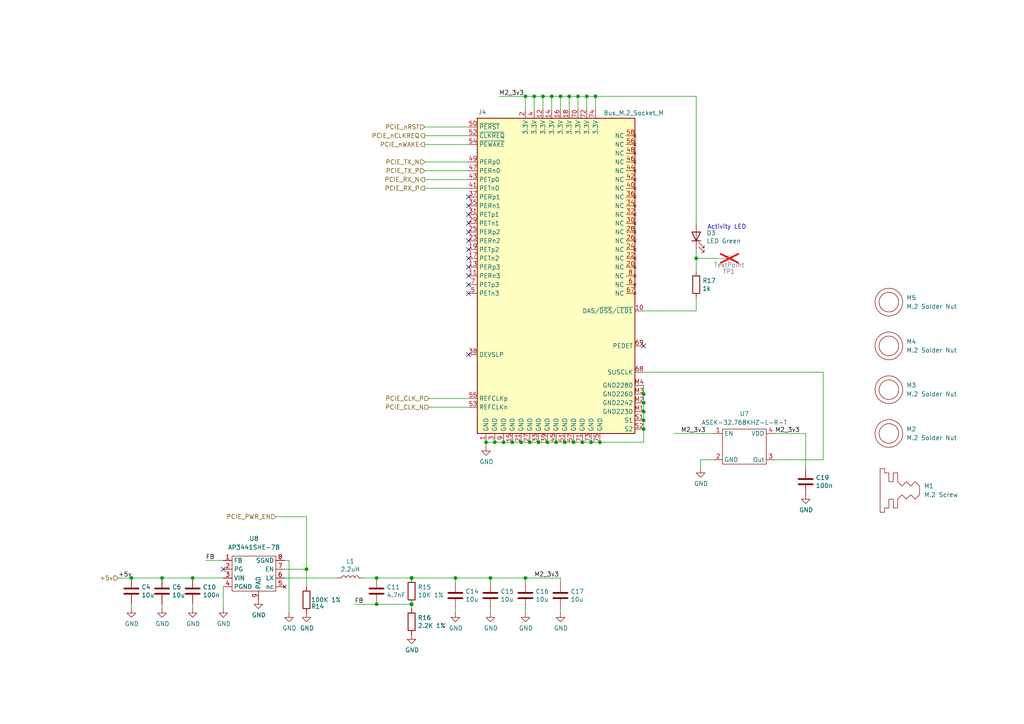
<source format=kicad_sch>
(kicad_sch
	(version 20250114)
	(generator "eeschema")
	(generator_version "9.0")
	(uuid "1354903a-b7d2-4e04-b220-6c6c8f058ef7")
	(paper "A4")
	(title_block
		(title "Compute Module 5 IO Board - M2 Socket")
		(rev "1")
		(company "Copyright © 2024 Raspberry Pi Ltd.")
		(comment 1 "www.raspberrypi.com")
	)
	(lib_symbols
		(symbol "CM5IO:AP3441SHE-7B"
			(exclude_from_sim no)
			(in_bom yes)
			(on_board yes)
			(property "Reference" "U"
				(at -6.35 10.16 0)
				(effects
					(font
						(size 1.27 1.27)
					)
				)
			)
			(property "Value" "AP3441SHE-7B"
				(at 0 7.62 0)
				(effects
					(font
						(size 1.27 1.27)
					)
				)
			)
			(property "Footprint" "Package_DFN_QFN:DFN-8-1EP_2x2mm_P0.5mm_EP1.05x1.75mm"
				(at 1.27 -7.62 0)
				(effects
					(font
						(size 1.27 1.27)
					)
					(hide yes)
				)
			)
			(property "Datasheet" "https://www.diodes.com/assets/Datasheets/AP3441-L.pdf"
				(at 0 -10.16 0)
				(effects
					(font
						(size 1.27 1.27)
					)
					(hide yes)
				)
			)
			(property "Description" ""
				(at 0 0 0)
				(effects
					(font
						(size 1.27 1.27)
					)
					(hide yes)
				)
			)
			(symbol "AP3441SHE-7B_0_1"
				(rectangle
					(start -6.35 6.35)
					(end 6.35 -3.81)
					(stroke
						(width 0)
						(type default)
					)
					(fill
						(type none)
					)
				)
			)
			(symbol "AP3441SHE-7B_1_1"
				(pin passive line
					(at -8.89 5.08 0)
					(length 2.54)
					(name "FB"
						(effects
							(font
								(size 1.27 1.27)
							)
						)
					)
					(number "1"
						(effects
							(font
								(size 1.27 1.27)
							)
						)
					)
				)
				(pin open_collector line
					(at -8.89 2.54 0)
					(length 2.54)
					(name "PG"
						(effects
							(font
								(size 1.27 1.27)
							)
						)
					)
					(number "2"
						(effects
							(font
								(size 1.27 1.27)
							)
						)
					)
				)
				(pin power_in line
					(at -8.89 0 0)
					(length 2.54)
					(name "VIN"
						(effects
							(font
								(size 1.27 1.27)
							)
						)
					)
					(number "3"
						(effects
							(font
								(size 1.27 1.27)
							)
						)
					)
				)
				(pin power_in line
					(at -8.89 -2.54 0)
					(length 2.54)
					(name "PGND"
						(effects
							(font
								(size 1.27 1.27)
							)
						)
					)
					(number "4"
						(effects
							(font
								(size 1.27 1.27)
							)
						)
					)
				)
				(pin input line
					(at 1.27 -6.35 90)
					(length 2.54)
					(name "PAD"
						(effects
							(font
								(size 1.27 1.27)
							)
						)
					)
					(number "9"
						(effects
							(font
								(size 1.27 1.27)
							)
						)
					)
				)
				(pin power_in line
					(at 8.89 5.08 180)
					(length 2.54)
					(name "SGND"
						(effects
							(font
								(size 1.27 1.27)
							)
						)
					)
					(number "8"
						(effects
							(font
								(size 1.27 1.27)
							)
						)
					)
				)
				(pin input line
					(at 8.89 2.54 180)
					(length 2.54)
					(name "EN"
						(effects
							(font
								(size 1.27 1.27)
							)
						)
					)
					(number "7"
						(effects
							(font
								(size 1.27 1.27)
							)
						)
					)
				)
				(pin power_out line
					(at 8.89 0 180)
					(length 2.54)
					(name "LX"
						(effects
							(font
								(size 1.27 1.27)
							)
						)
					)
					(number "6"
						(effects
							(font
								(size 1.27 1.27)
							)
						)
					)
				)
				(pin no_connect line
					(at 8.89 -2.54 180)
					(length 2.54)
					(name "nc"
						(effects
							(font
								(size 1.27 1.27)
							)
						)
					)
					(number "5"
						(effects
							(font
								(size 1.27 1.27)
							)
						)
					)
				)
			)
			(embedded_fonts no)
		)
		(symbol "CM5IO:ASEK-32.768KHZ-L-R-T"
			(exclude_from_sim no)
			(in_bom yes)
			(on_board yes)
			(property "Reference" "U"
				(at -5.08 6.35 0)
				(effects
					(font
						(size 1.27 1.27)
					)
				)
			)
			(property "Value" "ASEK-32.768KHZ-L-R-T"
				(at 0 -6.35 0)
				(effects
					(font
						(size 1.27 1.27)
					)
				)
			)
			(property "Footprint" "Crystal:Crystal_SMD_3225-4Pin_3.2x2.5mm"
				(at 1.27 -8.89 0)
				(effects
					(font
						(size 1.27 1.27)
					)
					(hide yes)
				)
			)
			(property "Datasheet" "https://abracon.com/Oscillators/ASEK.pdf"
				(at 0 -11.43 0)
				(effects
					(font
						(size 1.27 1.27)
					)
					(hide yes)
				)
			)
			(property "Description" ""
				(at 0 0 0)
				(effects
					(font
						(size 1.27 1.27)
					)
					(hide yes)
				)
			)
			(symbol "ASEK-32.768KHZ-L-R-T_0_1"
				(rectangle
					(start -6.35 5.08)
					(end 6.35 -5.08)
					(stroke
						(width 0)
						(type default)
					)
					(fill
						(type none)
					)
				)
			)
			(symbol "ASEK-32.768KHZ-L-R-T_1_1"
				(pin input line
					(at -8.89 3.81 0)
					(length 2.54)
					(name "EN"
						(effects
							(font
								(size 1.27 1.27)
							)
						)
					)
					(number "1"
						(effects
							(font
								(size 1.27 1.27)
							)
						)
					)
				)
				(pin power_in line
					(at -8.89 -3.81 0)
					(length 2.54)
					(name "GND"
						(effects
							(font
								(size 1.27 1.27)
							)
						)
					)
					(number "2"
						(effects
							(font
								(size 1.27 1.27)
							)
						)
					)
				)
				(pin power_in line
					(at 8.89 3.81 180)
					(length 2.54)
					(name "VDD"
						(effects
							(font
								(size 1.27 1.27)
							)
						)
					)
					(number "4"
						(effects
							(font
								(size 1.27 1.27)
							)
						)
					)
				)
				(pin output line
					(at 8.89 -3.81 180)
					(length 2.54)
					(name "Out"
						(effects
							(font
								(size 1.27 1.27)
							)
						)
					)
					(number "3"
						(effects
							(font
								(size 1.27 1.27)
							)
						)
					)
				)
			)
			(embedded_fonts no)
		)
		(symbol "CM5IO:Bus_M.2_Socket_M"
			(exclude_from_sim no)
			(in_bom yes)
			(on_board yes)
			(property "Reference" "J"
				(at -22.86 46.99 0)
				(effects
					(font
						(size 1.27 1.27)
					)
					(justify left)
				)
			)
			(property "Value" "Bus_M.2_Socket_M"
				(at 30.988 46.99 0)
				(effects
					(font
						(size 1.27 1.27)
					)
				)
			)
			(property "Footprint" ""
				(at 0 26.67 0)
				(effects
					(font
						(size 1.27 1.27)
					)
					(hide yes)
				)
			)
			(property "Datasheet" ""
				(at 0 26.67 0)
				(effects
					(font
						(size 1.27 1.27)
					)
					(hide yes)
				)
			)
			(property "Description" "M.2 Socket 3 Mechanical Key M"
				(at 0 0 0)
				(effects
					(font
						(size 1.27 1.27)
					)
					(hide yes)
				)
			)
			(property "ki_keywords" "M2 NGNF PCI-E"
				(at 0 0 0)
				(effects
					(font
						(size 1.27 1.27)
					)
					(hide yes)
				)
			)
			(property "ki_fp_filters" "*M*2*M*"
				(at 0 0 0)
				(effects
					(font
						(size 1.27 1.27)
					)
					(hide yes)
				)
			)
			(symbol "Bus_M.2_Socket_M_0_1"
				(rectangle
					(start -22.86 45.72)
					(end 22.86 -45.72)
					(stroke
						(width 0.254)
						(type default)
					)
					(fill
						(type background)
					)
				)
			)
			(symbol "Bus_M.2_Socket_M_1_1"
				(pin input line
					(at -25.4 43.18 0)
					(length 2.54)
					(name "~{PERST}"
						(effects
							(font
								(size 1.27 1.27)
							)
						)
					)
					(number "50"
						(effects
							(font
								(size 1.27 1.27)
							)
						)
					)
				)
				(pin bidirectional line
					(at -25.4 40.64 0)
					(length 2.54)
					(name "~{CLKREQ}"
						(effects
							(font
								(size 1.27 1.27)
							)
						)
					)
					(number "52"
						(effects
							(font
								(size 1.27 1.27)
							)
						)
					)
				)
				(pin bidirectional line
					(at -25.4 38.1 0)
					(length 2.54)
					(name "~{PEWAKE}"
						(effects
							(font
								(size 1.27 1.27)
							)
						)
					)
					(number "54"
						(effects
							(font
								(size 1.27 1.27)
							)
						)
					)
				)
				(pin input line
					(at -25.4 33.02 0)
					(length 2.54)
					(name "PERp0"
						(effects
							(font
								(size 1.27 1.27)
							)
						)
					)
					(number "49"
						(effects
							(font
								(size 1.27 1.27)
							)
						)
					)
				)
				(pin input line
					(at -25.4 30.48 0)
					(length 2.54)
					(name "PERn0"
						(effects
							(font
								(size 1.27 1.27)
							)
						)
					)
					(number "47"
						(effects
							(font
								(size 1.27 1.27)
							)
						)
					)
				)
				(pin output line
					(at -25.4 27.94 0)
					(length 2.54)
					(name "PETp0"
						(effects
							(font
								(size 1.27 1.27)
							)
						)
					)
					(number "43"
						(effects
							(font
								(size 1.27 1.27)
							)
						)
					)
				)
				(pin output line
					(at -25.4 25.4 0)
					(length 2.54)
					(name "PETn0"
						(effects
							(font
								(size 1.27 1.27)
							)
						)
					)
					(number "41"
						(effects
							(font
								(size 1.27 1.27)
							)
						)
					)
				)
				(pin input line
					(at -25.4 22.86 0)
					(length 2.54)
					(name "PERp1"
						(effects
							(font
								(size 1.27 1.27)
							)
						)
					)
					(number "37"
						(effects
							(font
								(size 1.27 1.27)
							)
						)
					)
				)
				(pin input line
					(at -25.4 20.32 0)
					(length 2.54)
					(name "PERn1"
						(effects
							(font
								(size 1.27 1.27)
							)
						)
					)
					(number "35"
						(effects
							(font
								(size 1.27 1.27)
							)
						)
					)
				)
				(pin output line
					(at -25.4 17.78 0)
					(length 2.54)
					(name "PETp1"
						(effects
							(font
								(size 1.27 1.27)
							)
						)
					)
					(number "31"
						(effects
							(font
								(size 1.27 1.27)
							)
						)
					)
				)
				(pin output line
					(at -25.4 15.24 0)
					(length 2.54)
					(name "PETn1"
						(effects
							(font
								(size 1.27 1.27)
							)
						)
					)
					(number "29"
						(effects
							(font
								(size 1.27 1.27)
							)
						)
					)
				)
				(pin input line
					(at -25.4 12.7 0)
					(length 2.54)
					(name "PERp2"
						(effects
							(font
								(size 1.27 1.27)
							)
						)
					)
					(number "25"
						(effects
							(font
								(size 1.27 1.27)
							)
						)
					)
				)
				(pin input line
					(at -25.4 10.16 0)
					(length 2.54)
					(name "PERn2"
						(effects
							(font
								(size 1.27 1.27)
							)
						)
					)
					(number "23"
						(effects
							(font
								(size 1.27 1.27)
							)
						)
					)
				)
				(pin output line
					(at -25.4 7.62 0)
					(length 2.54)
					(name "PETp2"
						(effects
							(font
								(size 1.27 1.27)
							)
						)
					)
					(number "19"
						(effects
							(font
								(size 1.27 1.27)
							)
						)
					)
				)
				(pin output line
					(at -25.4 5.08 0)
					(length 2.54)
					(name "PETn2"
						(effects
							(font
								(size 1.27 1.27)
							)
						)
					)
					(number "17"
						(effects
							(font
								(size 1.27 1.27)
							)
						)
					)
				)
				(pin input line
					(at -25.4 2.54 0)
					(length 2.54)
					(name "PERp3"
						(effects
							(font
								(size 1.27 1.27)
							)
						)
					)
					(number "13"
						(effects
							(font
								(size 1.27 1.27)
							)
						)
					)
				)
				(pin input line
					(at -25.4 0 0)
					(length 2.54)
					(name "PERn3"
						(effects
							(font
								(size 1.27 1.27)
							)
						)
					)
					(number "11"
						(effects
							(font
								(size 1.27 1.27)
							)
						)
					)
				)
				(pin output line
					(at -25.4 -2.54 0)
					(length 2.54)
					(name "PETp3"
						(effects
							(font
								(size 1.27 1.27)
							)
						)
					)
					(number "7"
						(effects
							(font
								(size 1.27 1.27)
							)
						)
					)
				)
				(pin output line
					(at -25.4 -5.08 0)
					(length 2.54)
					(name "PETn3"
						(effects
							(font
								(size 1.27 1.27)
							)
						)
					)
					(number "5"
						(effects
							(font
								(size 1.27 1.27)
							)
						)
					)
				)
				(pin input line
					(at -25.4 -22.86 0)
					(length 2.54)
					(name "DEVSLP"
						(effects
							(font
								(size 1.27 1.27)
							)
						)
					)
					(number "38"
						(effects
							(font
								(size 1.27 1.27)
							)
						)
					)
				)
				(pin input line
					(at -25.4 -35.56 0)
					(length 2.54)
					(name "REFCLKp"
						(effects
							(font
								(size 1.27 1.27)
							)
						)
					)
					(number "55"
						(effects
							(font
								(size 1.27 1.27)
							)
						)
					)
				)
				(pin input line
					(at -25.4 -38.1 0)
					(length 2.54)
					(name "REFCLKn"
						(effects
							(font
								(size 1.27 1.27)
							)
						)
					)
					(number "53"
						(effects
							(font
								(size 1.27 1.27)
							)
						)
					)
				)
				(pin power_in line
					(at -20.32 -48.26 90)
					(length 2.54)
					(name "GND"
						(effects
							(font
								(size 1.27 1.27)
							)
						)
					)
					(number "1"
						(effects
							(font
								(size 1.27 1.27)
							)
						)
					)
				)
				(pin power_in line
					(at -17.78 -48.26 90)
					(length 2.54)
					(name "GND"
						(effects
							(font
								(size 1.27 1.27)
							)
						)
					)
					(number "3"
						(effects
							(font
								(size 1.27 1.27)
							)
						)
					)
				)
				(pin power_in line
					(at -15.24 -48.26 90)
					(length 2.54)
					(name "GND"
						(effects
							(font
								(size 1.27 1.27)
							)
						)
					)
					(number "9"
						(effects
							(font
								(size 1.27 1.27)
							)
						)
					)
				)
				(pin power_in line
					(at -12.7 -48.26 90)
					(length 2.54)
					(name "GND"
						(effects
							(font
								(size 1.27 1.27)
							)
						)
					)
					(number "15"
						(effects
							(font
								(size 1.27 1.27)
							)
						)
					)
				)
				(pin power_in line
					(at -10.16 -48.26 90)
					(length 2.54)
					(name "GND"
						(effects
							(font
								(size 1.27 1.27)
							)
						)
					)
					(number "21"
						(effects
							(font
								(size 1.27 1.27)
							)
						)
					)
				)
				(pin power_in line
					(at -8.89 48.26 270)
					(length 2.54)
					(name "3.3V"
						(effects
							(font
								(size 1.27 1.27)
							)
						)
					)
					(number "2"
						(effects
							(font
								(size 1.27 1.27)
							)
						)
					)
				)
				(pin power_in line
					(at -7.62 -48.26 90)
					(length 2.54)
					(name "GND"
						(effects
							(font
								(size 1.27 1.27)
							)
						)
					)
					(number "27"
						(effects
							(font
								(size 1.27 1.27)
							)
						)
					)
				)
				(pin power_in line
					(at -6.35 48.26 270)
					(length 2.54)
					(name "3.3V"
						(effects
							(font
								(size 1.27 1.27)
							)
						)
					)
					(number "4"
						(effects
							(font
								(size 1.27 1.27)
							)
						)
					)
				)
				(pin power_in line
					(at -5.08 -48.26 90)
					(length 2.54)
					(name "GND"
						(effects
							(font
								(size 1.27 1.27)
							)
						)
					)
					(number "33"
						(effects
							(font
								(size 1.27 1.27)
							)
						)
					)
				)
				(pin power_in line
					(at -3.81 48.26 270)
					(length 2.54)
					(name "3.3V"
						(effects
							(font
								(size 1.27 1.27)
							)
						)
					)
					(number "12"
						(effects
							(font
								(size 1.27 1.27)
							)
						)
					)
				)
				(pin power_in line
					(at -2.54 -48.26 90)
					(length 2.54)
					(name "GND"
						(effects
							(font
								(size 1.27 1.27)
							)
						)
					)
					(number "39"
						(effects
							(font
								(size 1.27 1.27)
							)
						)
					)
				)
				(pin power_in line
					(at -1.27 48.26 270)
					(length 2.54)
					(name "3.3V"
						(effects
							(font
								(size 1.27 1.27)
							)
						)
					)
					(number "14"
						(effects
							(font
								(size 1.27 1.27)
							)
						)
					)
				)
				(pin power_in line
					(at 0 -48.26 90)
					(length 2.54)
					(name "GND"
						(effects
							(font
								(size 1.27 1.27)
							)
						)
					)
					(number "45"
						(effects
							(font
								(size 1.27 1.27)
							)
						)
					)
				)
				(pin power_in line
					(at 1.27 48.26 270)
					(length 2.54)
					(name "3.3V"
						(effects
							(font
								(size 1.27 1.27)
							)
						)
					)
					(number "16"
						(effects
							(font
								(size 1.27 1.27)
							)
						)
					)
				)
				(pin power_in line
					(at 2.54 -48.26 90)
					(length 2.54)
					(name "GND"
						(effects
							(font
								(size 1.27 1.27)
							)
						)
					)
					(number "51"
						(effects
							(font
								(size 1.27 1.27)
							)
						)
					)
				)
				(pin power_in line
					(at 3.81 48.26 270)
					(length 2.54)
					(name "3.3V"
						(effects
							(font
								(size 1.27 1.27)
							)
						)
					)
					(number "18"
						(effects
							(font
								(size 1.27 1.27)
							)
						)
					)
				)
				(pin power_in line
					(at 5.08 -48.26 90)
					(length 2.54)
					(name "GND"
						(effects
							(font
								(size 1.27 1.27)
							)
						)
					)
					(number "57"
						(effects
							(font
								(size 1.27 1.27)
							)
						)
					)
				)
				(pin power_in line
					(at 6.35 48.26 270)
					(length 2.54)
					(name "3.3V"
						(effects
							(font
								(size 1.27 1.27)
							)
						)
					)
					(number "70"
						(effects
							(font
								(size 1.27 1.27)
							)
						)
					)
				)
				(pin power_in line
					(at 7.62 -48.26 90)
					(length 2.54)
					(name "GND"
						(effects
							(font
								(size 1.27 1.27)
							)
						)
					)
					(number "71"
						(effects
							(font
								(size 1.27 1.27)
							)
						)
					)
				)
				(pin power_in line
					(at 8.89 48.26 270)
					(length 2.54)
					(name "3.3V"
						(effects
							(font
								(size 1.27 1.27)
							)
						)
					)
					(number "72"
						(effects
							(font
								(size 1.27 1.27)
							)
						)
					)
				)
				(pin power_in line
					(at 10.16 -48.26 90)
					(length 2.54)
					(name "GND"
						(effects
							(font
								(size 1.27 1.27)
							)
						)
					)
					(number "73"
						(effects
							(font
								(size 1.27 1.27)
							)
						)
					)
				)
				(pin power_in line
					(at 11.43 48.26 270)
					(length 2.54)
					(name "3.3V"
						(effects
							(font
								(size 1.27 1.27)
							)
						)
					)
					(number "74"
						(effects
							(font
								(size 1.27 1.27)
							)
						)
					)
				)
				(pin power_in line
					(at 12.7 -48.26 90)
					(length 2.54)
					(name "GND"
						(effects
							(font
								(size 1.27 1.27)
							)
						)
					)
					(number "75"
						(effects
							(font
								(size 1.27 1.27)
							)
						)
					)
				)
				(pin no_connect line
					(at 22.86 40.64 180)
					(length 2.54)
					(name "NC"
						(effects
							(font
								(size 1.27 1.27)
							)
						)
					)
					(number "58"
						(effects
							(font
								(size 1.27 1.27)
							)
						)
					)
				)
				(pin no_connect line
					(at 22.86 38.1 180)
					(length 2.54)
					(name "NC"
						(effects
							(font
								(size 1.27 1.27)
							)
						)
					)
					(number "56"
						(effects
							(font
								(size 1.27 1.27)
							)
						)
					)
				)
				(pin no_connect line
					(at 22.86 35.56 180)
					(length 2.54)
					(name "NC"
						(effects
							(font
								(size 1.27 1.27)
							)
						)
					)
					(number "48"
						(effects
							(font
								(size 1.27 1.27)
							)
						)
					)
				)
				(pin no_connect line
					(at 22.86 33.02 180)
					(length 2.54)
					(name "NC"
						(effects
							(font
								(size 1.27 1.27)
							)
						)
					)
					(number "46"
						(effects
							(font
								(size 1.27 1.27)
							)
						)
					)
				)
				(pin no_connect line
					(at 22.86 30.48 180)
					(length 2.54)
					(name "NC"
						(effects
							(font
								(size 1.27 1.27)
							)
						)
					)
					(number "44"
						(effects
							(font
								(size 1.27 1.27)
							)
						)
					)
				)
				(pin no_connect line
					(at 22.86 27.94 180)
					(length 2.54)
					(name "NC"
						(effects
							(font
								(size 1.27 1.27)
							)
						)
					)
					(number "42"
						(effects
							(font
								(size 1.27 1.27)
							)
						)
					)
				)
				(pin no_connect line
					(at 22.86 25.4 180)
					(length 2.54)
					(name "NC"
						(effects
							(font
								(size 1.27 1.27)
							)
						)
					)
					(number "40"
						(effects
							(font
								(size 1.27 1.27)
							)
						)
					)
				)
				(pin no_connect line
					(at 22.86 22.86 180)
					(length 2.54)
					(name "NC"
						(effects
							(font
								(size 1.27 1.27)
							)
						)
					)
					(number "36"
						(effects
							(font
								(size 1.27 1.27)
							)
						)
					)
				)
				(pin no_connect line
					(at 22.86 20.32 180)
					(length 2.54)
					(name "NC"
						(effects
							(font
								(size 1.27 1.27)
							)
						)
					)
					(number "34"
						(effects
							(font
								(size 1.27 1.27)
							)
						)
					)
				)
				(pin no_connect line
					(at 22.86 17.78 180)
					(length 2.54)
					(name "NC"
						(effects
							(font
								(size 1.27 1.27)
							)
						)
					)
					(number "32"
						(effects
							(font
								(size 1.27 1.27)
							)
						)
					)
				)
				(pin no_connect line
					(at 22.86 15.24 180)
					(length 2.54)
					(name "NC"
						(effects
							(font
								(size 1.27 1.27)
							)
						)
					)
					(number "30"
						(effects
							(font
								(size 1.27 1.27)
							)
						)
					)
				)
				(pin no_connect line
					(at 22.86 12.7 180)
					(length 2.54)
					(name "NC"
						(effects
							(font
								(size 1.27 1.27)
							)
						)
					)
					(number "28"
						(effects
							(font
								(size 1.27 1.27)
							)
						)
					)
				)
				(pin no_connect line
					(at 22.86 10.16 180)
					(length 2.54)
					(name "NC"
						(effects
							(font
								(size 1.27 1.27)
							)
						)
					)
					(number "26"
						(effects
							(font
								(size 1.27 1.27)
							)
						)
					)
				)
				(pin no_connect line
					(at 22.86 7.62 180)
					(length 2.54)
					(name "NC"
						(effects
							(font
								(size 1.27 1.27)
							)
						)
					)
					(number "24"
						(effects
							(font
								(size 1.27 1.27)
							)
						)
					)
				)
				(pin no_connect line
					(at 22.86 5.08 180)
					(length 2.54)
					(name "NC"
						(effects
							(font
								(size 1.27 1.27)
							)
						)
					)
					(number "22"
						(effects
							(font
								(size 1.27 1.27)
							)
						)
					)
				)
				(pin no_connect line
					(at 22.86 2.54 180)
					(length 2.54)
					(name "NC"
						(effects
							(font
								(size 1.27 1.27)
							)
						)
					)
					(number "20"
						(effects
							(font
								(size 1.27 1.27)
							)
						)
					)
				)
				(pin no_connect line
					(at 22.86 0 180)
					(length 2.54)
					(name "NC"
						(effects
							(font
								(size 1.27 1.27)
							)
						)
					)
					(number "8"
						(effects
							(font
								(size 1.27 1.27)
							)
						)
					)
				)
				(pin no_connect line
					(at 22.86 -2.54 180)
					(length 2.54)
					(name "NC"
						(effects
							(font
								(size 1.27 1.27)
							)
						)
					)
					(number "6"
						(effects
							(font
								(size 1.27 1.27)
							)
						)
					)
				)
				(pin no_connect line
					(at 22.86 -5.08 180)
					(length 2.54)
					(name "NC"
						(effects
							(font
								(size 1.27 1.27)
							)
						)
					)
					(number "67"
						(effects
							(font
								(size 1.27 1.27)
							)
						)
					)
				)
				(pin bidirectional line
					(at 25.4 -10.16 180)
					(length 2.54)
					(name "DAS/~{DSS}/~{LED1}"
						(effects
							(font
								(size 1.27 1.27)
							)
						)
					)
					(number "10"
						(effects
							(font
								(size 1.27 1.27)
							)
						)
					)
				)
				(pin passive line
					(at 25.4 -20.32 180)
					(length 2.54)
					(name "PEDET"
						(effects
							(font
								(size 1.27 1.27)
							)
						)
					)
					(number "69"
						(effects
							(font
								(size 1.27 1.27)
							)
						)
					)
				)
				(pin input line
					(at 25.4 -27.94 180)
					(length 2.54)
					(name "SUSCLK"
						(effects
							(font
								(size 1.27 1.27)
							)
						)
					)
					(number "68"
						(effects
							(font
								(size 1.27 1.27)
							)
						)
					)
				)
				(pin passive line
					(at 25.4 -31.75 180)
					(length 2.54)
					(name "GND2280"
						(effects
							(font
								(size 1.27 1.27)
							)
						)
					)
					(number "M4"
						(effects
							(font
								(size 1.27 1.27)
							)
						)
					)
				)
				(pin passive line
					(at 25.4 -34.29 180)
					(length 2.54)
					(name "GND2260"
						(effects
							(font
								(size 1.27 1.27)
							)
						)
					)
					(number "M3"
						(effects
							(font
								(size 1.27 1.27)
							)
						)
					)
				)
				(pin passive line
					(at 25.4 -36.83 180)
					(length 2.54)
					(name "GND2242"
						(effects
							(font
								(size 1.27 1.27)
							)
						)
					)
					(number "M2"
						(effects
							(font
								(size 1.27 1.27)
							)
						)
					)
				)
				(pin passive line
					(at 25.4 -39.37 180)
					(length 2.54)
					(name "GND2230"
						(effects
							(font
								(size 1.27 1.27)
							)
						)
					)
					(number "M1"
						(effects
							(font
								(size 1.27 1.27)
							)
						)
					)
				)
				(pin passive line
					(at 25.4 -41.91 180)
					(length 2.54)
					(name "S1"
						(effects
							(font
								(size 1.27 1.27)
							)
						)
					)
					(number "S1"
						(effects
							(font
								(size 1.27 1.27)
							)
						)
					)
				)
				(pin passive line
					(at 25.4 -44.45 180)
					(length 2.54)
					(name "S2"
						(effects
							(font
								(size 1.27 1.27)
							)
						)
					)
					(number "S2"
						(effects
							(font
								(size 1.27 1.27)
							)
						)
					)
				)
			)
			(embedded_fonts no)
		)
		(symbol "CM5IO:M.2_Screw"
			(pin_numbers
				(hide yes)
			)
			(pin_names
				(offset 0)
				(hide yes)
			)
			(exclude_from_sim no)
			(in_bom yes)
			(on_board no)
			(property "Reference" "M"
				(at -0.254 -6.35 0)
				(effects
					(font
						(size 1.27 1.27)
					)
				)
			)
			(property "Value" "M.2 Screw"
				(at 0.254 -8.636 0)
				(effects
					(font
						(size 1.27 1.27)
					)
				)
			)
			(property "Footprint" ""
				(at 0 0 0)
				(effects
					(font
						(size 1.27 1.27)
					)
					(hide yes)
				)
			)
			(property "Datasheet" ""
				(at 0 0 0)
				(effects
					(font
						(size 1.27 1.27)
					)
					(hide yes)
				)
			)
			(property "Description" ""
				(at 0 0 0)
				(effects
					(font
						(size 1.27 1.27)
					)
					(hide yes)
				)
			)
			(symbol "M.2_Screw_0_1"
				(polyline
					(pts
						(xy -5.08 0) (xy -5.08 -6.35) (xy -3.81 -6.35) (xy -3.81 -5.08) (xy -2.54 -5.08) (xy -2.54 -2.54)
						(xy -1.27 -2.54) (xy -1.27 -5.08) (xy 0 -5.08) (xy 0 -2.54) (xy 1.27 -1.27) (xy 2.54 -2.54) (xy 3.81 -1.27)
						(xy 5.08 -2.54) (xy 6.35 -1.27) (xy 6.35 1.27) (xy 5.08 2.54) (xy 3.81 1.27) (xy 2.54 2.54) (xy 1.27 1.27)
						(xy 0 2.54) (xy 0 5.08) (xy -1.27 5.08) (xy -1.27 2.54) (xy -2.54 2.54) (xy -2.54 5.08) (xy -3.81 5.08)
						(xy -3.81 6.35) (xy -5.08 6.35) (xy -5.08 0)
					)
					(stroke
						(width 0)
						(type default)
					)
					(fill
						(type none)
					)
				)
			)
			(embedded_fonts no)
		)
		(symbol "CM5IO:SolderNut"
			(pin_numbers
				(hide yes)
			)
			(pin_names
				(offset 0)
				(hide yes)
			)
			(exclude_from_sim yes)
			(in_bom yes)
			(on_board no)
			(property "Reference" "M"
				(at -6.35 -3.556 0)
				(effects
					(font
						(size 1.27 1.27)
					)
				)
			)
			(property "Value" "M.2 Solder Nut"
				(at 0.254 -5.842 0)
				(effects
					(font
						(size 1.27 1.27)
					)
				)
			)
			(property "Footprint" ""
				(at 0 0 0)
				(effects
					(font
						(size 1.27 1.27)
					)
					(hide yes)
				)
			)
			(property "Datasheet" ""
				(at 0 0 0)
				(effects
					(font
						(size 1.27 1.27)
					)
					(hide yes)
				)
			)
			(property "Description" ""
				(at 0 0 0)
				(effects
					(font
						(size 1.27 1.27)
					)
					(hide yes)
				)
			)
			(symbol "SolderNut_0_1"
				(circle
					(center 0 0)
					(radius 2.8398)
					(stroke
						(width 0)
						(type default)
					)
					(fill
						(type none)
					)
				)
				(circle
					(center 0 0)
					(radius 4.0161)
					(stroke
						(width 0)
						(type default)
					)
					(fill
						(type none)
					)
				)
			)
			(embedded_fonts no)
		)
		(symbol "Connector:TestPoint"
			(pin_numbers
				(hide yes)
			)
			(pin_names
				(offset 0.762)
				(hide yes)
			)
			(exclude_from_sim no)
			(in_bom yes)
			(on_board yes)
			(property "Reference" "TP"
				(at 0 6.858 0)
				(effects
					(font
						(size 1.27 1.27)
					)
				)
			)
			(property "Value" "TestPoint"
				(at 0 5.08 0)
				(effects
					(font
						(size 1.27 1.27)
					)
				)
			)
			(property "Footprint" ""
				(at 5.08 0 0)
				(effects
					(font
						(size 1.27 1.27)
					)
					(hide yes)
				)
			)
			(property "Datasheet" "~"
				(at 5.08 0 0)
				(effects
					(font
						(size 1.27 1.27)
					)
					(hide yes)
				)
			)
			(property "Description" "test point"
				(at 0 0 0)
				(effects
					(font
						(size 1.27 1.27)
					)
					(hide yes)
				)
			)
			(property "ki_keywords" "test point tp"
				(at 0 0 0)
				(effects
					(font
						(size 1.27 1.27)
					)
					(hide yes)
				)
			)
			(property "ki_fp_filters" "Pin* Test*"
				(at 0 0 0)
				(effects
					(font
						(size 1.27 1.27)
					)
					(hide yes)
				)
			)
			(symbol "TestPoint_0_1"
				(circle
					(center 0 3.302)
					(radius 0.762)
					(stroke
						(width 0)
						(type default)
					)
					(fill
						(type none)
					)
				)
			)
			(symbol "TestPoint_1_1"
				(pin passive line
					(at 0 0 90)
					(length 2.54)
					(name "1"
						(effects
							(font
								(size 1.27 1.27)
							)
						)
					)
					(number "1"
						(effects
							(font
								(size 1.27 1.27)
							)
						)
					)
				)
			)
			(embedded_fonts no)
		)
		(symbol "Device:C"
			(pin_numbers
				(hide yes)
			)
			(pin_names
				(offset 0.254)
			)
			(exclude_from_sim no)
			(in_bom yes)
			(on_board yes)
			(property "Reference" "C"
				(at 0.635 2.54 0)
				(effects
					(font
						(size 1.27 1.27)
					)
					(justify left)
				)
			)
			(property "Value" "C"
				(at 0.635 -2.54 0)
				(effects
					(font
						(size 1.27 1.27)
					)
					(justify left)
				)
			)
			(property "Footprint" ""
				(at 0.9652 -3.81 0)
				(effects
					(font
						(size 1.27 1.27)
					)
					(hide yes)
				)
			)
			(property "Datasheet" "~"
				(at 0 0 0)
				(effects
					(font
						(size 1.27 1.27)
					)
					(hide yes)
				)
			)
			(property "Description" "Unpolarized capacitor"
				(at 0 0 0)
				(effects
					(font
						(size 1.27 1.27)
					)
					(hide yes)
				)
			)
			(property "ki_keywords" "cap capacitor"
				(at 0 0 0)
				(effects
					(font
						(size 1.27 1.27)
					)
					(hide yes)
				)
			)
			(property "ki_fp_filters" "C_*"
				(at 0 0 0)
				(effects
					(font
						(size 1.27 1.27)
					)
					(hide yes)
				)
			)
			(symbol "C_0_1"
				(polyline
					(pts
						(xy -2.032 0.762) (xy 2.032 0.762)
					)
					(stroke
						(width 0.508)
						(type default)
					)
					(fill
						(type none)
					)
				)
				(polyline
					(pts
						(xy -2.032 -0.762) (xy 2.032 -0.762)
					)
					(stroke
						(width 0.508)
						(type default)
					)
					(fill
						(type none)
					)
				)
			)
			(symbol "C_1_1"
				(pin passive line
					(at 0 3.81 270)
					(length 2.794)
					(name "~"
						(effects
							(font
								(size 1.27 1.27)
							)
						)
					)
					(number "1"
						(effects
							(font
								(size 1.27 1.27)
							)
						)
					)
				)
				(pin passive line
					(at 0 -3.81 90)
					(length 2.794)
					(name "~"
						(effects
							(font
								(size 1.27 1.27)
							)
						)
					)
					(number "2"
						(effects
							(font
								(size 1.27 1.27)
							)
						)
					)
				)
			)
			(embedded_fonts no)
		)
		(symbol "Device:L"
			(pin_numbers
				(hide yes)
			)
			(pin_names
				(offset 1.016)
				(hide yes)
			)
			(exclude_from_sim no)
			(in_bom yes)
			(on_board yes)
			(property "Reference" "L"
				(at -1.27 0 90)
				(effects
					(font
						(size 1.27 1.27)
					)
				)
			)
			(property "Value" "L"
				(at 1.905 0 90)
				(effects
					(font
						(size 1.27 1.27)
					)
				)
			)
			(property "Footprint" ""
				(at 0 0 0)
				(effects
					(font
						(size 1.27 1.27)
					)
					(hide yes)
				)
			)
			(property "Datasheet" "~"
				(at 0 0 0)
				(effects
					(font
						(size 1.27 1.27)
					)
					(hide yes)
				)
			)
			(property "Description" "Inductor"
				(at 0 0 0)
				(effects
					(font
						(size 1.27 1.27)
					)
					(hide yes)
				)
			)
			(property "ki_keywords" "inductor choke coil reactor magnetic"
				(at 0 0 0)
				(effects
					(font
						(size 1.27 1.27)
					)
					(hide yes)
				)
			)
			(property "ki_fp_filters" "Choke_* *Coil* Inductor_* L_*"
				(at 0 0 0)
				(effects
					(font
						(size 1.27 1.27)
					)
					(hide yes)
				)
			)
			(symbol "L_0_1"
				(arc
					(start 0 2.54)
					(mid 0.6323 1.905)
					(end 0 1.27)
					(stroke
						(width 0)
						(type default)
					)
					(fill
						(type none)
					)
				)
				(arc
					(start 0 1.27)
					(mid 0.6323 0.635)
					(end 0 0)
					(stroke
						(width 0)
						(type default)
					)
					(fill
						(type none)
					)
				)
				(arc
					(start 0 0)
					(mid 0.6323 -0.635)
					(end 0 -1.27)
					(stroke
						(width 0)
						(type default)
					)
					(fill
						(type none)
					)
				)
				(arc
					(start 0 -1.27)
					(mid 0.6323 -1.905)
					(end 0 -2.54)
					(stroke
						(width 0)
						(type default)
					)
					(fill
						(type none)
					)
				)
			)
			(symbol "L_1_1"
				(pin passive line
					(at 0 3.81 270)
					(length 1.27)
					(name "1"
						(effects
							(font
								(size 1.27 1.27)
							)
						)
					)
					(number "1"
						(effects
							(font
								(size 1.27 1.27)
							)
						)
					)
				)
				(pin passive line
					(at 0 -3.81 90)
					(length 1.27)
					(name "2"
						(effects
							(font
								(size 1.27 1.27)
							)
						)
					)
					(number "2"
						(effects
							(font
								(size 1.27 1.27)
							)
						)
					)
				)
			)
			(embedded_fonts no)
		)
		(symbol "Device:LED"
			(pin_numbers
				(hide yes)
			)
			(pin_names
				(offset 1.016)
				(hide yes)
			)
			(exclude_from_sim no)
			(in_bom yes)
			(on_board yes)
			(property "Reference" "D"
				(at 0 2.54 0)
				(effects
					(font
						(size 1.27 1.27)
					)
				)
			)
			(property "Value" "LED"
				(at 0 -2.54 0)
				(effects
					(font
						(size 1.27 1.27)
					)
				)
			)
			(property "Footprint" ""
				(at 0 0 0)
				(effects
					(font
						(size 1.27 1.27)
					)
					(hide yes)
				)
			)
			(property "Datasheet" "~"
				(at 0 0 0)
				(effects
					(font
						(size 1.27 1.27)
					)
					(hide yes)
				)
			)
			(property "Description" "Light emitting diode"
				(at 0 0 0)
				(effects
					(font
						(size 1.27 1.27)
					)
					(hide yes)
				)
			)
			(property "ki_keywords" "LED diode"
				(at 0 0 0)
				(effects
					(font
						(size 1.27 1.27)
					)
					(hide yes)
				)
			)
			(property "ki_fp_filters" "LED* LED_SMD:* LED_THT:*"
				(at 0 0 0)
				(effects
					(font
						(size 1.27 1.27)
					)
					(hide yes)
				)
			)
			(symbol "LED_0_1"
				(polyline
					(pts
						(xy -3.048 -0.762) (xy -4.572 -2.286) (xy -3.81 -2.286) (xy -4.572 -2.286) (xy -4.572 -1.524)
					)
					(stroke
						(width 0)
						(type default)
					)
					(fill
						(type none)
					)
				)
				(polyline
					(pts
						(xy -1.778 -0.762) (xy -3.302 -2.286) (xy -2.54 -2.286) (xy -3.302 -2.286) (xy -3.302 -1.524)
					)
					(stroke
						(width 0)
						(type default)
					)
					(fill
						(type none)
					)
				)
				(polyline
					(pts
						(xy -1.27 0) (xy 1.27 0)
					)
					(stroke
						(width 0)
						(type default)
					)
					(fill
						(type none)
					)
				)
				(polyline
					(pts
						(xy -1.27 -1.27) (xy -1.27 1.27)
					)
					(stroke
						(width 0.254)
						(type default)
					)
					(fill
						(type none)
					)
				)
				(polyline
					(pts
						(xy 1.27 -1.27) (xy 1.27 1.27) (xy -1.27 0) (xy 1.27 -1.27)
					)
					(stroke
						(width 0.254)
						(type default)
					)
					(fill
						(type none)
					)
				)
			)
			(symbol "LED_1_1"
				(pin passive line
					(at -3.81 0 0)
					(length 2.54)
					(name "K"
						(effects
							(font
								(size 1.27 1.27)
							)
						)
					)
					(number "1"
						(effects
							(font
								(size 1.27 1.27)
							)
						)
					)
				)
				(pin passive line
					(at 3.81 0 180)
					(length 2.54)
					(name "A"
						(effects
							(font
								(size 1.27 1.27)
							)
						)
					)
					(number "2"
						(effects
							(font
								(size 1.27 1.27)
							)
						)
					)
				)
			)
			(embedded_fonts no)
		)
		(symbol "Device:R"
			(pin_numbers
				(hide yes)
			)
			(pin_names
				(offset 0)
			)
			(exclude_from_sim no)
			(in_bom yes)
			(on_board yes)
			(property "Reference" "R"
				(at 2.032 0 90)
				(effects
					(font
						(size 1.27 1.27)
					)
				)
			)
			(property "Value" "R"
				(at 0 0 90)
				(effects
					(font
						(size 1.27 1.27)
					)
				)
			)
			(property "Footprint" ""
				(at -1.778 0 90)
				(effects
					(font
						(size 1.27 1.27)
					)
					(hide yes)
				)
			)
			(property "Datasheet" "~"
				(at 0 0 0)
				(effects
					(font
						(size 1.27 1.27)
					)
					(hide yes)
				)
			)
			(property "Description" "Resistor"
				(at 0 0 0)
				(effects
					(font
						(size 1.27 1.27)
					)
					(hide yes)
				)
			)
			(property "ki_keywords" "R res resistor"
				(at 0 0 0)
				(effects
					(font
						(size 1.27 1.27)
					)
					(hide yes)
				)
			)
			(property "ki_fp_filters" "R_*"
				(at 0 0 0)
				(effects
					(font
						(size 1.27 1.27)
					)
					(hide yes)
				)
			)
			(symbol "R_0_1"
				(rectangle
					(start -1.016 -2.54)
					(end 1.016 2.54)
					(stroke
						(width 0.254)
						(type default)
					)
					(fill
						(type none)
					)
				)
			)
			(symbol "R_1_1"
				(pin passive line
					(at 0 3.81 270)
					(length 1.27)
					(name "~"
						(effects
							(font
								(size 1.27 1.27)
							)
						)
					)
					(number "1"
						(effects
							(font
								(size 1.27 1.27)
							)
						)
					)
				)
				(pin passive line
					(at 0 -3.81 90)
					(length 1.27)
					(name "~"
						(effects
							(font
								(size 1.27 1.27)
							)
						)
					)
					(number "2"
						(effects
							(font
								(size 1.27 1.27)
							)
						)
					)
				)
			)
			(embedded_fonts no)
		)
		(symbol "power:GND"
			(power)
			(pin_numbers
				(hide yes)
			)
			(pin_names
				(offset 0)
				(hide yes)
			)
			(exclude_from_sim no)
			(in_bom yes)
			(on_board yes)
			(property "Reference" "#PWR"
				(at 0 -6.35 0)
				(effects
					(font
						(size 1.27 1.27)
					)
					(hide yes)
				)
			)
			(property "Value" "GND"
				(at 0 -3.81 0)
				(effects
					(font
						(size 1.27 1.27)
					)
				)
			)
			(property "Footprint" ""
				(at 0 0 0)
				(effects
					(font
						(size 1.27 1.27)
					)
					(hide yes)
				)
			)
			(property "Datasheet" ""
				(at 0 0 0)
				(effects
					(font
						(size 1.27 1.27)
					)
					(hide yes)
				)
			)
			(property "Description" "Power symbol creates a global label with name \"GND\" , ground"
				(at 0 0 0)
				(effects
					(font
						(size 1.27 1.27)
					)
					(hide yes)
				)
			)
			(property "ki_keywords" "global power"
				(at 0 0 0)
				(effects
					(font
						(size 1.27 1.27)
					)
					(hide yes)
				)
			)
			(symbol "GND_0_1"
				(polyline
					(pts
						(xy 0 0) (xy 0 -1.27) (xy 1.27 -1.27) (xy 0 -2.54) (xy -1.27 -1.27) (xy 0 -1.27)
					)
					(stroke
						(width 0)
						(type default)
					)
					(fill
						(type none)
					)
				)
			)
			(symbol "GND_1_1"
				(pin power_in line
					(at 0 0 270)
					(length 0)
					(name "~"
						(effects
							(font
								(size 1.27 1.27)
							)
						)
					)
					(number "1"
						(effects
							(font
								(size 1.27 1.27)
							)
						)
					)
				)
			)
			(embedded_fonts no)
		)
	)
	(text "Activity LED"
		(exclude_from_sim no)
		(at 205.105 66.675 0)
		(effects
			(font
				(size 1.27 1.27)
			)
			(justify left bottom)
		)
		(uuid "a0007b3b-0955-4d63-b006-1e56367da818")
	)
	(junction
		(at 156.21 128.27)
		(diameter 0)
		(color 0 0 0 0)
		(uuid "0971a76b-ec1e-43c1-90b8-b249db271ec7")
	)
	(junction
		(at 170.18 27.94)
		(diameter 0)
		(color 0 0 0 0)
		(uuid "0ced7422-ae88-4357-a59f-4cdb20b23b55")
	)
	(junction
		(at 55.88 167.64)
		(diameter 0)
		(color 0 0 0 0)
		(uuid "14d7e276-be5c-46fa-a2a0-c79d90e09388")
	)
	(junction
		(at 119.38 175.26)
		(diameter 1.016)
		(color 0 0 0 0)
		(uuid "15473da7-af57-4106-a34d-d44746d11ae7")
	)
	(junction
		(at 143.51 128.27)
		(diameter 0)
		(color 0 0 0 0)
		(uuid "1d4530c5-b77a-453b-b371-503bcccb69b0")
	)
	(junction
		(at 171.45 128.27)
		(diameter 0)
		(color 0 0 0 0)
		(uuid "27192e75-e5ee-4503-b13c-a8b5580cfe9c")
	)
	(junction
		(at 165.1 27.94)
		(diameter 0)
		(color 0 0 0 0)
		(uuid "37790feb-921f-4e9e-baa9-a10ad25c8a76")
	)
	(junction
		(at 109.22 167.64)
		(diameter 0)
		(color 0 0 0 0)
		(uuid "3fda8585-7ce9-46c0-99aa-64ed056d72e6")
	)
	(junction
		(at 158.75 128.27)
		(diameter 0)
		(color 0 0 0 0)
		(uuid "443c2730-3ed3-49fd-a3c1-794abfdd5cbc")
	)
	(junction
		(at 153.67 128.27)
		(diameter 0)
		(color 0 0 0 0)
		(uuid "46b0129a-5437-4e8f-981e-582db5e309b4")
	)
	(junction
		(at 46.99 167.64)
		(diameter 0)
		(color 0 0 0 0)
		(uuid "47d4907a-b39f-4110-8215-1c89dfb13984")
	)
	(junction
		(at 173.99 128.27)
		(diameter 0)
		(color 0 0 0 0)
		(uuid "4c1636ab-519d-4add-a9d4-5ecf108d12bc")
	)
	(junction
		(at 132.08 167.64)
		(diameter 0)
		(color 0 0 0 0)
		(uuid "508593b6-6d74-460c-aa04-954ccfc932f3")
	)
	(junction
		(at 88.9 165.1)
		(diameter 0)
		(color 0 0 0 0)
		(uuid "511a8176-7e3a-4b78-b703-c3a3c65921f5")
	)
	(junction
		(at 38.1 167.64)
		(diameter 0)
		(color 0 0 0 0)
		(uuid "54b1991d-22c0-4fb7-bbf5-6e1f86126557")
	)
	(junction
		(at 154.94 27.94)
		(diameter 0)
		(color 0 0 0 0)
		(uuid "55bc9f1f-35c9-4b1d-889c-bb035aa4ebdc")
	)
	(junction
		(at 142.24 167.64)
		(diameter 0)
		(color 0 0 0 0)
		(uuid "56ad845a-0197-43a5-be30-d075433519c9")
	)
	(junction
		(at 186.69 121.92)
		(diameter 0)
		(color 0 0 0 0)
		(uuid "6dcf5054-4020-4661-9a77-9594e744dd12")
	)
	(junction
		(at 186.69 116.84)
		(diameter 0)
		(color 0 0 0 0)
		(uuid "70b059f5-1d7b-49a0-862c-1a2d56fd6cb1")
	)
	(junction
		(at 166.37 128.27)
		(diameter 0)
		(color 0 0 0 0)
		(uuid "7ac63ee2-4eec-400e-92da-71d382bc7b1c")
	)
	(junction
		(at 146.05 128.27)
		(diameter 0)
		(color 0 0 0 0)
		(uuid "7c8c86cc-fccd-4fb7-b41c-7a33e61ce7d2")
	)
	(junction
		(at 152.4 27.94)
		(diameter 0)
		(color 0 0 0 0)
		(uuid "7f1156db-d3a8-4f9f-85c3-f6126b44442d")
	)
	(junction
		(at 163.83 128.27)
		(diameter 0)
		(color 0 0 0 0)
		(uuid "823ff6e9-08cf-4985-8488-c93f856f3055")
	)
	(junction
		(at 148.59 128.27)
		(diameter 0)
		(color 0 0 0 0)
		(uuid "8cabe10a-b258-49c2-b552-2c104af11c18")
	)
	(junction
		(at 167.64 27.94)
		(diameter 0)
		(color 0 0 0 0)
		(uuid "963fbae9-9f79-4801-ab62-ad5b787b8b9c")
	)
	(junction
		(at 109.22 175.26)
		(diameter 0)
		(color 0 0 0 0)
		(uuid "9d34a21d-9426-40ce-a415-f9158b887fc7")
	)
	(junction
		(at 161.29 128.27)
		(diameter 0)
		(color 0 0 0 0)
		(uuid "a56255ff-fde1-4846-8243-66e1f3b5a6cb")
	)
	(junction
		(at 186.69 124.46)
		(diameter 0)
		(color 0 0 0 0)
		(uuid "a70eba40-59de-41a2-a80a-bf7e9a29519e")
	)
	(junction
		(at 186.69 114.3)
		(diameter 0)
		(color 0 0 0 0)
		(uuid "aa1d806a-5679-4741-aa9e-3ff034d1f022")
	)
	(junction
		(at 140.97 128.27)
		(diameter 0)
		(color 0 0 0 0)
		(uuid "ae48748c-d4f5-4516-8b91-680bb9f13c51")
	)
	(junction
		(at 160.02 27.94)
		(diameter 0)
		(color 0 0 0 0)
		(uuid "b08885e5-0026-4f55-8da8-df2de2acf945")
	)
	(junction
		(at 162.56 27.94)
		(diameter 0)
		(color 0 0 0 0)
		(uuid "b0e65ee5-b64f-4611-999f-7ddb37fc5f4b")
	)
	(junction
		(at 186.69 119.38)
		(diameter 0)
		(color 0 0 0 0)
		(uuid "b9111aad-79f3-4be0-80db-033ad9470bf0")
	)
	(junction
		(at 201.93 74.93)
		(diameter 0)
		(color 0 0 0 0)
		(uuid "d5fad215-1823-4629-bffb-1dbcfea4818c")
	)
	(junction
		(at 152.4 167.64)
		(diameter 0)
		(color 0 0 0 0)
		(uuid "df738128-05c2-4613-9f93-653a0dd6e0ad")
	)
	(junction
		(at 172.72 27.94)
		(diameter 0)
		(color 0 0 0 0)
		(uuid "e1ae569b-04ed-4f8a-abbe-3e45261b0516")
	)
	(junction
		(at 151.13 128.27)
		(diameter 0)
		(color 0 0 0 0)
		(uuid "e61b95f9-6f19-47f2-98af-7cb953922317")
	)
	(junction
		(at 119.38 167.64)
		(diameter 1.016)
		(color 0 0 0 0)
		(uuid "ef46fcbf-5e5f-4db4-8d4d-7b6d061ae8f7")
	)
	(junction
		(at 168.91 128.27)
		(diameter 0)
		(color 0 0 0 0)
		(uuid "fc2e0b6a-82ba-4dc3-a363-ebca8df1df31")
	)
	(junction
		(at 157.48 27.94)
		(diameter 0)
		(color 0 0 0 0)
		(uuid "ffaf5071-cb25-4b0f-8668-03b64a08abd3")
	)
	(no_connect
		(at 64.77 165.1)
		(uuid "09887fa5-743e-48b7-8eb6-70c53e96058f")
	)
	(no_connect
		(at 135.89 80.01)
		(uuid "0c481a8e-9404-4b57-b88a-d97f5efb08bc")
	)
	(no_connect
		(at 135.89 85.09)
		(uuid "0e5865dc-2e8d-4dcc-9438-bbd68c381481")
	)
	(no_connect
		(at 135.89 72.39)
		(uuid "13bbd062-edf6-4520-98b8-a547fc36fb28")
	)
	(no_connect
		(at 135.89 82.55)
		(uuid "2c17355d-c7cd-4b60-9acc-c75faccf353e")
	)
	(no_connect
		(at 135.89 57.15)
		(uuid "4320e68a-5094-4d74-96dd-46da37aad90b")
	)
	(no_connect
		(at 135.89 102.87)
		(uuid "4c90c256-052e-454c-8be7-de530fe31f02")
	)
	(no_connect
		(at 135.89 77.47)
		(uuid "64e25001-8022-4904-b3d2-832fa09499c6")
	)
	(no_connect
		(at 186.69 100.33)
		(uuid "73873f8c-eca6-443f-87d9-1df15bb756ad")
	)
	(no_connect
		(at 135.89 67.31)
		(uuid "73a5dbc3-a0e9-4c78-9847-b201aa4dba42")
	)
	(no_connect
		(at 135.89 62.23)
		(uuid "7d1d4017-f5a7-4ace-ad23-7b71fe265943")
	)
	(no_connect
		(at 135.89 74.93)
		(uuid "86e52e00-5abb-47f5-9f03-7049a06eecce")
	)
	(no_connect
		(at 135.89 69.85)
		(uuid "ee6c213f-a52d-452a-8227-d62136c43d5b")
	)
	(no_connect
		(at 135.89 64.77)
		(uuid "fbc08f32-fd34-4908-8f11-b87ac79a13bb")
	)
	(no_connect
		(at 135.89 59.69)
		(uuid "ffacc6d1-cfb6-4636-8d32-e37ea1f76c6b")
	)
	(wire
		(pts
			(xy 186.69 124.46) (xy 186.69 128.27)
		)
		(stroke
			(width 0)
			(type default)
		)
		(uuid "00e0399c-cb25-4111-9343-6a7e92ea1639")
	)
	(wire
		(pts
			(xy 105.41 167.64) (xy 109.22 167.64)
		)
		(stroke
			(width 0)
			(type default)
		)
		(uuid "035434ac-78d5-4651-a4bd-038eb8ef9dd0")
	)
	(wire
		(pts
			(xy 140.97 128.27) (xy 143.51 128.27)
		)
		(stroke
			(width 0)
			(type default)
		)
		(uuid "04935ee8-85e7-4f06-b2e5-d1f5ea1a7cdc")
	)
	(wire
		(pts
			(xy 167.64 27.94) (xy 170.18 27.94)
		)
		(stroke
			(width 0)
			(type default)
		)
		(uuid "04bc3fec-e2c5-4737-ab39-31f36483ee1c")
	)
	(wire
		(pts
			(xy 162.56 27.94) (xy 162.56 31.75)
		)
		(stroke
			(width 0)
			(type default)
		)
		(uuid "07dcc1c5-d28b-4d8e-aebb-3e18b73cf55f")
	)
	(wire
		(pts
			(xy 195.58 125.73) (xy 207.01 125.73)
		)
		(stroke
			(width 0)
			(type default)
		)
		(uuid "0a5a5006-602f-4d52-a6ae-b4f750673335")
	)
	(wire
		(pts
			(xy 201.93 27.94) (xy 201.93 64.77)
		)
		(stroke
			(width 0)
			(type solid)
		)
		(uuid "0da47185-3622-48fd-933c-2ddeee28be32")
	)
	(wire
		(pts
			(xy 109.22 167.64) (xy 119.38 167.64)
		)
		(stroke
			(width 0)
			(type default)
		)
		(uuid "0fe9dba1-daa1-47a5-b1db-865087136712")
	)
	(wire
		(pts
			(xy 152.4 27.94) (xy 154.94 27.94)
		)
		(stroke
			(width 0)
			(type default)
		)
		(uuid "13c868ff-4fa5-494d-8728-b04cc5e40c7d")
	)
	(wire
		(pts
			(xy 173.99 128.27) (xy 171.45 128.27)
		)
		(stroke
			(width 0)
			(type default)
		)
		(uuid "14319cb7-ddcc-4dca-b8e7-0dcf8b1d39d7")
	)
	(wire
		(pts
			(xy 123.19 52.07) (xy 135.89 52.07)
		)
		(stroke
			(width 0)
			(type solid)
		)
		(uuid "17670acf-9be9-4b32-af2f-addec9b50bb5")
	)
	(wire
		(pts
			(xy 142.24 167.64) (xy 152.4 167.64)
		)
		(stroke
			(width 0)
			(type default)
		)
		(uuid "17f4d9a7-c9d5-44e3-821f-99c7021e1907")
	)
	(wire
		(pts
			(xy 88.9 165.1) (xy 88.9 170.18)
		)
		(stroke
			(width 0)
			(type default)
		)
		(uuid "184735a2-7e29-4dbe-b3a6-c204b3541be2")
	)
	(wire
		(pts
			(xy 152.4 167.64) (xy 162.56 167.64)
		)
		(stroke
			(width 0)
			(type default)
		)
		(uuid "18dadd91-f2e9-48fe-adfa-1f5fe1717cab")
	)
	(wire
		(pts
			(xy 124.46 115.57) (xy 135.89 115.57)
		)
		(stroke
			(width 0)
			(type solid)
		)
		(uuid "1c6c46b2-dd9e-430f-85e9-621815ceca94")
	)
	(wire
		(pts
			(xy 59.69 162.56) (xy 64.77 162.56)
		)
		(stroke
			(width 0)
			(type default)
		)
		(uuid "1ec7ad96-0acd-4c41-8b57-b98ffb8b7b83")
	)
	(wire
		(pts
			(xy 135.89 46.99) (xy 123.19 46.99)
		)
		(stroke
			(width 0)
			(type solid)
		)
		(uuid "1f2605ff-0052-4214-ba00-e5f83f987c66")
	)
	(wire
		(pts
			(xy 156.21 128.27) (xy 153.67 128.27)
		)
		(stroke
			(width 0)
			(type default)
		)
		(uuid "269d546f-6752-4c69-8daf-ea6933d011e7")
	)
	(wire
		(pts
			(xy 55.88 175.26) (xy 55.88 176.53)
		)
		(stroke
			(width 0)
			(type solid)
		)
		(uuid "27b00225-5a81-4eb8-8ef9-b912f938fe63")
	)
	(wire
		(pts
			(xy 154.94 27.94) (xy 157.48 27.94)
		)
		(stroke
			(width 0)
			(type default)
		)
		(uuid "28a3f753-e17f-499a-984e-07941eb245db")
	)
	(wire
		(pts
			(xy 186.69 119.38) (xy 186.69 121.92)
		)
		(stroke
			(width 0)
			(type default)
		)
		(uuid "28f1a295-621f-41dd-bdf7-f8d4253b54b1")
	)
	(wire
		(pts
			(xy 186.69 121.92) (xy 186.69 124.46)
		)
		(stroke
			(width 0)
			(type default)
		)
		(uuid "2e4828a9-a50e-4efa-87c3-283a0db37752")
	)
	(wire
		(pts
			(xy 165.1 27.94) (xy 165.1 31.75)
		)
		(stroke
			(width 0)
			(type default)
		)
		(uuid "347a068e-dba2-471e-af6d-375e6719fcad")
	)
	(wire
		(pts
			(xy 123.19 54.61) (xy 135.89 54.61)
		)
		(stroke
			(width 0)
			(type solid)
		)
		(uuid "3520b9bf-2dfc-4868-a650-86ff98682e83")
	)
	(wire
		(pts
			(xy 171.45 128.27) (xy 168.91 128.27)
		)
		(stroke
			(width 0)
			(type default)
		)
		(uuid "36652005-5266-42c1-b220-777e909c4f0a")
	)
	(wire
		(pts
			(xy 123.19 49.53) (xy 135.89 49.53)
		)
		(stroke
			(width 0)
			(type solid)
		)
		(uuid "370b7d32-0d68-4d38-9ef1-c5ebd216c70b")
	)
	(wire
		(pts
			(xy 46.99 167.64) (xy 55.88 167.64)
		)
		(stroke
			(width 0)
			(type default)
		)
		(uuid "378c71c9-98bd-419c-ba45-82c6f1b563f5")
	)
	(wire
		(pts
			(xy 201.93 90.17) (xy 201.93 86.36)
		)
		(stroke
			(width 0)
			(type default)
		)
		(uuid "387581b1-9119-4cf1-8d3d-67a5cc261455")
	)
	(wire
		(pts
			(xy 172.72 27.94) (xy 201.93 27.94)
		)
		(stroke
			(width 0)
			(type default)
		)
		(uuid "38f75849-e334-4a3b-93f1-13803814f7c9")
	)
	(wire
		(pts
			(xy 82.55 165.1) (xy 88.9 165.1)
		)
		(stroke
			(width 0)
			(type default)
		)
		(uuid "424c0c2e-ebc7-4609-a179-a42d4fc6ba4c")
	)
	(wire
		(pts
			(xy 132.08 167.64) (xy 142.24 167.64)
		)
		(stroke
			(width 0)
			(type default)
		)
		(uuid "442d1651-2d75-4f55-aa85-e9db75778ce1")
	)
	(wire
		(pts
			(xy 186.69 116.84) (xy 186.69 119.38)
		)
		(stroke
			(width 0)
			(type default)
		)
		(uuid "4c4c6afb-ac35-4671-8499-eb119383026b")
	)
	(wire
		(pts
			(xy 167.64 27.94) (xy 167.64 31.75)
		)
		(stroke
			(width 0)
			(type default)
		)
		(uuid "4ea0f8d5-614c-42a6-8477-02a075ab7053")
	)
	(wire
		(pts
			(xy 34.29 167.64) (xy 38.1 167.64)
		)
		(stroke
			(width 0)
			(type default)
		)
		(uuid "4fc16f5b-fc95-49c6-9b00-324b33d63fe2")
	)
	(wire
		(pts
			(xy 186.69 114.3) (xy 186.69 116.84)
		)
		(stroke
			(width 0)
			(type default)
		)
		(uuid "513a8070-46e1-4a35-9909-0b205ccc826f")
	)
	(wire
		(pts
			(xy 152.4 167.64) (xy 152.4 168.91)
		)
		(stroke
			(width 0)
			(type default)
		)
		(uuid "51ec935f-df03-4732-861b-d8e38161f0de")
	)
	(wire
		(pts
			(xy 186.69 128.27) (xy 173.99 128.27)
		)
		(stroke
			(width 0)
			(type default)
		)
		(uuid "56789b6d-95a1-4aee-8cf9-b326ab0474a7")
	)
	(wire
		(pts
			(xy 168.91 128.27) (xy 166.37 128.27)
		)
		(stroke
			(width 0)
			(type default)
		)
		(uuid "57059c4c-6ab3-4725-b067-dc0884d3d77b")
	)
	(wire
		(pts
			(xy 119.38 167.64) (xy 132.08 167.64)
		)
		(stroke
			(width 0)
			(type default)
		)
		(uuid "5ce78009-1225-4f4c-858c-c27960c909e1")
	)
	(wire
		(pts
			(xy 152.4 176.53) (xy 152.4 177.8)
		)
		(stroke
			(width 0)
			(type default)
		)
		(uuid "5ec30c0e-26b1-4f16-938e-8d8355dd98d4")
	)
	(wire
		(pts
			(xy 158.75 128.27) (xy 161.29 128.27)
		)
		(stroke
			(width 0)
			(type default)
		)
		(uuid "65893007-291c-484b-acdc-7fa4101ea5b0")
	)
	(wire
		(pts
			(xy 166.37 128.27) (xy 163.83 128.27)
		)
		(stroke
			(width 0)
			(type default)
		)
		(uuid "6c657656-d8ba-4886-91fa-dd24eb342884")
	)
	(wire
		(pts
			(xy 170.18 27.94) (xy 172.72 27.94)
		)
		(stroke
			(width 0)
			(type default)
		)
		(uuid "70402240-8a2d-4624-abce-49bf284e1085")
	)
	(wire
		(pts
			(xy 82.55 167.64) (xy 97.79 167.64)
		)
		(stroke
			(width 0)
			(type default)
		)
		(uuid "71b421ba-2889-471b-9c52-9c277a97b6b3")
	)
	(wire
		(pts
			(xy 201.93 74.93) (xy 208.28 74.93)
		)
		(stroke
			(width 0)
			(type solid)
		)
		(uuid "7820b7b6-18d1-4c8d-9119-bf906b975f88")
	)
	(wire
		(pts
			(xy 238.76 133.35) (xy 224.79 133.35)
		)
		(stroke
			(width 0)
			(type default)
		)
		(uuid "7d22aaa7-3a7b-4eea-a956-7b6d040078f1")
	)
	(wire
		(pts
			(xy 157.48 27.94) (xy 160.02 27.94)
		)
		(stroke
			(width 0)
			(type default)
		)
		(uuid "7d52ba36-9833-473c-bf97-57702b97c41b")
	)
	(wire
		(pts
			(xy 203.2 135.89) (xy 203.2 133.35)
		)
		(stroke
			(width 0)
			(type default)
		)
		(uuid "7efcdbda-1322-4422-9d1d-2e859e4997f0")
	)
	(wire
		(pts
			(xy 157.48 27.94) (xy 157.48 31.75)
		)
		(stroke
			(width 0)
			(type default)
		)
		(uuid "854bfa82-ce82-46db-9f14-065a43e1179e")
	)
	(wire
		(pts
			(xy 186.69 111.76) (xy 186.69 114.3)
		)
		(stroke
			(width 0)
			(type default)
		)
		(uuid "8558cfcf-fda8-4d9f-8bb3-03f093712c0f")
	)
	(wire
		(pts
			(xy 152.4 27.94) (xy 152.4 31.75)
		)
		(stroke
			(width 0)
			(type default)
		)
		(uuid "859c5ae3-ce01-45ab-99d8-385d7977e781")
	)
	(wire
		(pts
			(xy 55.88 167.64) (xy 64.77 167.64)
		)
		(stroke
			(width 0)
			(type default)
		)
		(uuid "8ca1af04-2817-4075-a891-1bb349f15b5d")
	)
	(wire
		(pts
			(xy 88.9 149.86) (xy 88.9 165.1)
		)
		(stroke
			(width 0)
			(type default)
		)
		(uuid "9618bd9a-d82a-4487-ab79-2518aa4951a0")
	)
	(wire
		(pts
			(xy 172.72 27.94) (xy 172.72 31.75)
		)
		(stroke
			(width 0)
			(type default)
		)
		(uuid "9671ab74-e70a-4a23-ba32-80faea91fcbd")
	)
	(wire
		(pts
			(xy 124.46 118.11) (xy 135.89 118.11)
		)
		(stroke
			(width 0)
			(type solid)
		)
		(uuid "981e13d8-2493-4f5a-aa1e-fcc255c235ee")
	)
	(wire
		(pts
			(xy 109.22 175.26) (xy 119.38 175.26)
		)
		(stroke
			(width 0)
			(type solid)
		)
		(uuid "986bca06-c2ae-4dc1-a886-0e0bd87e6d0c")
	)
	(wire
		(pts
			(xy 123.19 39.37) (xy 135.89 39.37)
		)
		(stroke
			(width 0)
			(type solid)
		)
		(uuid "9c7af13e-949e-4a55-a6b7-45ef51b4f106")
	)
	(wire
		(pts
			(xy 38.1 175.26) (xy 38.1 176.53)
		)
		(stroke
			(width 0)
			(type solid)
		)
		(uuid "a07b9bb6-155c-4592-a014-7d730cdba8e4")
	)
	(wire
		(pts
			(xy 123.19 41.91) (xy 135.89 41.91)
		)
		(stroke
			(width 0)
			(type default)
		)
		(uuid "a3da2e4a-5ebb-498f-87e0-3e78c29e6349")
	)
	(wire
		(pts
			(xy 132.08 168.91) (xy 132.08 167.64)
		)
		(stroke
			(width 0)
			(type default)
		)
		(uuid "a4118b8f-e6bf-4ed6-8b85-0f5ce27a9843")
	)
	(wire
		(pts
			(xy 146.05 128.27) (xy 143.51 128.27)
		)
		(stroke
			(width 0)
			(type default)
		)
		(uuid "a4ff6458-3879-4531-8766-d5640c1d31c8")
	)
	(wire
		(pts
			(xy 82.55 162.56) (xy 83.82 162.56)
		)
		(stroke
			(width 0)
			(type default)
		)
		(uuid "b063086f-18d3-4c50-af5d-145d58a924be")
	)
	(wire
		(pts
			(xy 140.97 128.27) (xy 140.97 129.54)
		)
		(stroke
			(width 0)
			(type default)
		)
		(uuid "b2308656-e68b-44b9-b3ae-932dd01e2632")
	)
	(wire
		(pts
			(xy 148.59 128.27) (xy 151.13 128.27)
		)
		(stroke
			(width 0)
			(type default)
		)
		(uuid "b37ead0c-0ace-485d-82f6-62d5a225f839")
	)
	(wire
		(pts
			(xy 186.69 90.17) (xy 201.93 90.17)
		)
		(stroke
			(width 0)
			(type default)
		)
		(uuid "b46bee14-3037-4fb8-8aba-564783a6e32c")
	)
	(wire
		(pts
			(xy 144.78 27.94) (xy 152.4 27.94)
		)
		(stroke
			(width 0)
			(type default)
		)
		(uuid "b6c82dcb-eea3-4d43-b565-c068f084ae20")
	)
	(wire
		(pts
			(xy 162.56 27.94) (xy 165.1 27.94)
		)
		(stroke
			(width 0)
			(type default)
		)
		(uuid "b824aa74-0e45-4664-97d9-52b08d36f485")
	)
	(wire
		(pts
			(xy 186.69 107.95) (xy 238.76 107.95)
		)
		(stroke
			(width 0)
			(type default)
		)
		(uuid "ba4df60e-8780-4390-a980-5ffd05fbf2a2")
	)
	(wire
		(pts
			(xy 38.1 167.64) (xy 46.99 167.64)
		)
		(stroke
			(width 0)
			(type default)
		)
		(uuid "bce5afc8-fc5a-4083-9859-a3f31d8b70b5")
	)
	(wire
		(pts
			(xy 233.68 125.73) (xy 224.79 125.73)
		)
		(stroke
			(width 0)
			(type default)
		)
		(uuid "c723783e-6e91-4fc0-91c2-63f2171437c3")
	)
	(wire
		(pts
			(xy 142.24 167.64) (xy 142.24 168.91)
		)
		(stroke
			(width 0)
			(type default)
		)
		(uuid "cab3d586-e276-416d-89b5-bb7083ab5ba3")
	)
	(wire
		(pts
			(xy 163.83 128.27) (xy 161.29 128.27)
		)
		(stroke
			(width 0)
			(type default)
		)
		(uuid "cb35b3a9-1204-481c-8624-73ac0f048621")
	)
	(wire
		(pts
			(xy 80.01 149.86) (xy 88.9 149.86)
		)
		(stroke
			(width 0)
			(type default)
		)
		(uuid "cd421370-7102-4c4e-a38d-ee4ca207f4bf")
	)
	(wire
		(pts
			(xy 46.99 175.26) (xy 46.99 176.53)
		)
		(stroke
			(width 0)
			(type solid)
		)
		(uuid "cf530655-e123-49c1-846a-54a2f7b0b30f")
	)
	(wire
		(pts
			(xy 151.13 128.27) (xy 153.67 128.27)
		)
		(stroke
			(width 0)
			(type default)
		)
		(uuid "d115daeb-70be-48bc-9d94-73f6228cda15")
	)
	(wire
		(pts
			(xy 156.21 128.27) (xy 158.75 128.27)
		)
		(stroke
			(width 0)
			(type default)
		)
		(uuid "d2951fad-a0ae-443a-baf5-8717e9457f66")
	)
	(wire
		(pts
			(xy 132.08 177.8) (xy 132.08 176.53)
		)
		(stroke
			(width 0)
			(type default)
		)
		(uuid "d3673066-f9de-42bf-b36d-321409ff5a66")
	)
	(wire
		(pts
			(xy 201.93 74.93) (xy 201.93 78.74)
		)
		(stroke
			(width 0)
			(type solid)
		)
		(uuid "d38d2c67-87dc-4cd7-a3b4-a8f6e2009ed5")
	)
	(wire
		(pts
			(xy 160.02 27.94) (xy 160.02 31.75)
		)
		(stroke
			(width 0)
			(type default)
		)
		(uuid "d4b0cccc-10f4-48f5-b455-5881984c5cde")
	)
	(wire
		(pts
			(xy 201.93 74.93) (xy 201.93 72.39)
		)
		(stroke
			(width 0)
			(type solid)
		)
		(uuid "d5f76e2c-52ed-4630-a0a9-57d3de6674c1")
	)
	(wire
		(pts
			(xy 162.56 176.53) (xy 162.56 177.8)
		)
		(stroke
			(width 0)
			(type default)
		)
		(uuid "d7040f9b-cd3f-43de-9646-a9568d8faf12")
	)
	(wire
		(pts
			(xy 203.2 133.35) (xy 207.01 133.35)
		)
		(stroke
			(width 0)
			(type default)
		)
		(uuid "daf58603-e31d-4fb4-a364-7a52b222a4ed")
	)
	(wire
		(pts
			(xy 233.68 135.89) (xy 233.68 125.73)
		)
		(stroke
			(width 0)
			(type default)
		)
		(uuid "db225ff2-9573-411f-91b1-869f88b18fec")
	)
	(wire
		(pts
			(xy 64.77 176.53) (xy 64.77 170.18)
		)
		(stroke
			(width 0)
			(type default)
		)
		(uuid "de0c6ad6-d043-4995-b4d3-8cf567c06c6a")
	)
	(wire
		(pts
			(xy 162.56 167.64) (xy 162.56 168.91)
		)
		(stroke
			(width 0)
			(type default)
		)
		(uuid "dff72424-67fd-4224-8366-0d3bed4741f8")
	)
	(wire
		(pts
			(xy 154.94 27.94) (xy 154.94 31.75)
		)
		(stroke
			(width 0)
			(type default)
		)
		(uuid "e00aa823-4fb8-41a6-b544-ec0d603dc0ff")
	)
	(wire
		(pts
			(xy 142.24 176.53) (xy 142.24 177.8)
		)
		(stroke
			(width 0)
			(type default)
		)
		(uuid "e0555661-e04a-48cf-8b4f-fcd54cfc3e7f")
	)
	(wire
		(pts
			(xy 165.1 27.94) (xy 167.64 27.94)
		)
		(stroke
			(width 0)
			(type default)
		)
		(uuid "e1de64d0-cea1-451b-888f-0545aa755377")
	)
	(wire
		(pts
			(xy 119.38 176.53) (xy 119.38 175.26)
		)
		(stroke
			(width 0)
			(type solid)
		)
		(uuid "e718feae-a0e5-497c-b7ae-f2e120769ce6")
	)
	(wire
		(pts
			(xy 146.05 128.27) (xy 148.59 128.27)
		)
		(stroke
			(width 0)
			(type default)
		)
		(uuid "ef1bb5af-5dbe-448a-8f40-76c19b2a38b4")
	)
	(wire
		(pts
			(xy 123.19 36.83) (xy 135.89 36.83)
		)
		(stroke
			(width 0)
			(type default)
		)
		(uuid "f0bda9a8-995a-4e13-88c2-6877704e3f76")
	)
	(wire
		(pts
			(xy 102.87 175.26) (xy 109.22 175.26)
		)
		(stroke
			(width 0)
			(type solid)
		)
		(uuid "f2e439be-a0ba-41f1-8e20-1025b05fd0af")
	)
	(wire
		(pts
			(xy 160.02 27.94) (xy 162.56 27.94)
		)
		(stroke
			(width 0)
			(type default)
		)
		(uuid "f38ec79f-61c7-4eba-b204-449cd5f02edc")
	)
	(wire
		(pts
			(xy 170.18 27.94) (xy 170.18 31.75)
		)
		(stroke
			(width 0)
			(type default)
		)
		(uuid "f45538fc-cb83-42c2-beb6-355b0f40444a")
	)
	(wire
		(pts
			(xy 238.76 107.95) (xy 238.76 133.35)
		)
		(stroke
			(width 0)
			(type default)
		)
		(uuid "f5b31f7e-dd5b-4dde-abdc-f3dae27e52ee")
	)
	(wire
		(pts
			(xy 83.82 162.56) (xy 83.82 177.8)
		)
		(stroke
			(width 0)
			(type default)
		)
		(uuid "fb4a4aee-bada-4821-b9c0-35a75be6d2fa")
	)
	(label "M2_3v3"
		(at 154.94 167.64 0)
		(effects
			(font
				(size 1.27 1.27)
			)
			(justify left bottom)
		)
		(uuid "111611e6-b227-4178-9e95-e3b6e064fa8e")
	)
	(label "+5v"
		(at 34.29 167.64 0)
		(effects
			(font
				(size 1.27 1.27)
			)
			(justify left bottom)
		)
		(uuid "224d17d6-f687-4cef-8fc7-350a97123817")
	)
	(label "FB"
		(at 59.69 162.56 0)
		(effects
			(font
				(size 1.27 1.27)
			)
			(justify left bottom)
		)
		(uuid "50891ad8-64da-48d4-8598-2b06a0842af8")
	)
	(label "M2_3v3"
		(at 224.79 125.73 0)
		(effects
			(font
				(size 1.27 1.27)
			)
			(justify left bottom)
		)
		(uuid "641a8205-95db-4e14-81fb-f8584830e68a")
	)
	(label "M2_3v3"
		(at 197.485 125.73 0)
		(effects
			(font
				(size 1.27 1.27)
			)
			(justify left bottom)
		)
		(uuid "832aa62d-c4e7-4ee8-bb6b-0bdfe6a8dea8")
	)
	(label "M2_3v3"
		(at 144.78 27.94 0)
		(effects
			(font
				(size 1.27 1.27)
			)
			(justify left bottom)
		)
		(uuid "c5803adf-2ae5-4045-86a8-05dcadd30360")
	)
	(label "FB"
		(at 102.87 175.26 0)
		(effects
			(font
				(size 1.27 1.27)
			)
			(justify left bottom)
		)
		(uuid "dd57da68-ffe8-45ec-a455-3fb983eb70f2")
	)
	(hierarchical_label "PCIE_RX_N"
		(shape output)
		(at 123.19 52.07 180)
		(effects
			(font
				(size 1.27 1.27)
			)
			(justify right)
		)
		(uuid "0afc6592-c2db-4caa-a22b-f13f9e7e1c40")
	)
	(hierarchical_label "PCIE_CLK_N"
		(shape input)
		(at 124.46 118.11 180)
		(effects
			(font
				(size 1.27 1.27)
			)
			(justify right)
		)
		(uuid "3f6533ba-c4f9-46fc-b56b-e4570f6ba8d8")
	)
	(hierarchical_label "PCIE_TX_P"
		(shape input)
		(at 123.19 49.53 180)
		(effects
			(font
				(size 1.27 1.27)
			)
			(justify right)
		)
		(uuid "4d759aa0-1145-43ae-a507-a45f6fc89e2a")
	)
	(hierarchical_label "PCIE_nCLKREQ"
		(shape output)
		(at 123.19 39.37 180)
		(effects
			(font
				(size 1.27 1.27)
			)
			(justify right)
		)
		(uuid "4f2de74c-a0a3-419c-86d3-f1056d120362")
	)
	(hierarchical_label "PCIE_RX_P"
		(shape output)
		(at 123.19 54.61 180)
		(effects
			(font
				(size 1.27 1.27)
			)
			(justify right)
		)
		(uuid "62b6b2b3-6ade-4e95-8062-936451a2172f")
	)
	(hierarchical_label "PCIE_PWR_EN"
		(shape input)
		(at 80.01 149.86 180)
		(effects
			(font
				(size 1.27 1.27)
			)
			(justify right)
		)
		(uuid "968f38dd-fdab-400d-be85-99b92d95765f")
	)
	(hierarchical_label "PCIE_nWAKE"
		(shape output)
		(at 123.19 41.91 180)
		(effects
			(font
				(size 1.27 1.27)
			)
			(justify right)
		)
		(uuid "9bcfecd3-0b81-4165-87e5-7f1e560a3e40")
	)
	(hierarchical_label "PCIE_TX_N"
		(shape input)
		(at 123.19 46.99 180)
		(effects
			(font
				(size 1.27 1.27)
			)
			(justify right)
		)
		(uuid "9c8b409b-0d1b-49e5-8fed-acd83e0e8b3e")
	)
	(hierarchical_label "PCIE_nRST"
		(shape input)
		(at 123.19 36.83 180)
		(effects
			(font
				(size 1.27 1.27)
			)
			(justify right)
		)
		(uuid "d0d2152d-05bb-45b9-922c-65dc46f5a5df")
	)
	(hierarchical_label "+5v"
		(shape input)
		(at 34.29 167.64 180)
		(effects
			(font
				(size 1.27 1.27)
			)
			(justify right)
		)
		(uuid "d57623d9-4a24-4864-a77d-b08b296fd337")
	)
	(hierarchical_label "PCIE_CLK_P"
		(shape input)
		(at 124.46 115.57 180)
		(effects
			(font
				(size 1.27 1.27)
			)
			(justify right)
		)
		(uuid "f6662114-e94f-4466-8b01-5f4d76363a86")
	)
	(symbol
		(lib_id "Device:LED")
		(at 201.93 68.58 90)
		(unit 1)
		(exclude_from_sim no)
		(in_bom yes)
		(on_board yes)
		(dnp no)
		(uuid "04dedc07-8588-4675-a3af-604477889888")
		(property "Reference" "D3"
			(at 204.9018 67.5894 90)
			(effects
				(font
					(size 1.27 1.27)
				)
				(justify right)
			)
		)
		(property "Value" "LED Green"
			(at 204.9018 69.9008 90)
			(effects
				(font
					(size 1.27 1.27)
				)
				(justify right)
			)
		)
		(property "Footprint" "LED_SMD:LED_0603_1608Metric"
			(at 201.93 68.58 0)
			(effects
				(font
					(size 1.27 1.27)
				)
				(hide yes)
			)
		)
		(property "Datasheet" "http://optoelectronics.liteon.com/upload/download/DS22-2000-226/LTST-S270KGKT.pdf"
			(at 201.93 68.58 0)
			(effects
				(font
					(size 1.27 1.27)
				)
				(hide yes)
			)
		)
		(property "Description" ""
			(at 201.93 68.58 0)
			(effects
				(font
					(size 1.27 1.27)
				)
				(hide yes)
			)
		)
		(property "Field4" "Digikey "
			(at 201.93 68.58 0)
			(effects
				(font
					(size 1.27 1.27)
				)
				(hide yes)
			)
		)
		(property "Field5" "LTST-S270KGKT"
			(at 201.93 68.58 0)
			(effects
				(font
					(size 1.27 1.27)
				)
				(hide yes)
			)
		)
		(property "Field6" "SML-A12M8TT86N"
			(at 201.93 68.58 0)
			(effects
				(font
					(size 1.27 1.27)
				)
				(hide yes)
			)
		)
		(property "Field7" "Rohm"
			(at 201.93 68.58 0)
			(effects
				(font
					(size 1.27 1.27)
				)
				(hide yes)
			)
		)
		(property "Field8" "650263301"
			(at 201.93 68.58 0)
			(effects
				(font
					(size 1.27 1.27)
				)
				(hide yes)
			)
		)
		(property "Part Description" "	Green 572nm LED Indication - Discrete 2.2V 2-SMD, No Lead"
			(at 201.93 68.58 0)
			(effects
				(font
					(size 1.27 1.27)
				)
				(hide yes)
			)
		)
		(pin "1"
			(uuid "81837322-b40e-4659-a1e6-d664620e3e77")
		)
		(pin "2"
			(uuid "efefa450-a859-4a54-9cc8-7c20d27be06e")
		)
		(instances
			(project "CM5IO"
				(path "/e63e39d7-6ac0-4ffd-8aa3-1841a4541b55/00000000-0000-0000-0000-00005ed4bb5b"
					(reference "D3")
					(unit 1)
				)
			)
		)
	)
	(symbol
		(lib_id "Device:C")
		(at 152.4 172.72 0)
		(unit 1)
		(exclude_from_sim no)
		(in_bom yes)
		(on_board yes)
		(dnp no)
		(uuid "05ac92f4-afc5-4889-acdd-9cddeba0376e")
		(property "Reference" "C16"
			(at 155.321 171.5516 0)
			(effects
				(font
					(size 1.27 1.27)
				)
				(justify left)
			)
		)
		(property "Value" "10u"
			(at 155.321 173.863 0)
			(effects
				(font
					(size 1.27 1.27)
				)
				(justify left)
			)
		)
		(property "Footprint" "Capacitor_SMD:C_0805_2012Metric"
			(at 153.3652 176.53 0)
			(effects
				(font
					(size 1.27 1.27)
				)
				(hide yes)
			)
		)
		(property "Datasheet" "https://search.murata.co.jp/Ceramy/image/img/A01X/G101/ENG/GRM21BR71A106KA73-01.pdf"
			(at 152.4 172.72 0)
			(effects
				(font
					(size 1.27 1.27)
				)
				(hide yes)
			)
		)
		(property "Description" ""
			(at 152.4 172.72 0)
			(effects
				(font
					(size 1.27 1.27)
				)
				(hide yes)
			)
		)
		(property "Field4" "Digikey"
			(at 152.4 172.72 0)
			(effects
				(font
					(size 1.27 1.27)
				)
				(hide yes)
			)
		)
		(property "Field5" "490-14381-1-ND"
			(at 152.4 172.72 0)
			(effects
				(font
					(size 1.27 1.27)
				)
				(hide yes)
			)
		)
		(property "Field6" "GRM21BR71A106KA73L"
			(at 152.4 172.72 0)
			(effects
				(font
					(size 1.27 1.27)
				)
				(hide yes)
			)
		)
		(property "Field7" "Murata"
			(at 152.4 172.72 0)
			(effects
				(font
					(size 1.27 1.27)
				)
				(hide yes)
			)
		)
		(property "Field8" "111893011"
			(at 152.4 172.72 0)
			(effects
				(font
					(size 1.27 1.27)
				)
				(hide yes)
			)
		)
		(property "Part Description" "	10uF 10% 10V Ceramic Capacitor X7R 0805 (2012 Metric)"
			(at 152.4 172.72 0)
			(effects
				(font
					(size 1.27 1.27)
				)
				(hide yes)
			)
		)
		(pin "1"
			(uuid "1a2a68d9-eca5-42e6-8db9-393c0f77437e")
		)
		(pin "2"
			(uuid "980f9fea-c31a-4e68-869a-8fb800d858d6")
		)
		(instances
			(project "CM5IO"
				(path "/e63e39d7-6ac0-4ffd-8aa3-1841a4541b55/00000000-0000-0000-0000-00005ed4bb5b"
					(reference "C16")
					(unit 1)
				)
			)
		)
	)
	(symbol
		(lib_id "power:GND")
		(at 152.4 177.8 0)
		(unit 1)
		(exclude_from_sim no)
		(in_bom yes)
		(on_board yes)
		(dnp no)
		(uuid "0b4708b7-9fb6-4972-962c-1018b6427c2f")
		(property "Reference" "#PWR018"
			(at 152.4 184.15 0)
			(effects
				(font
					(size 1.27 1.27)
				)
				(hide yes)
			)
		)
		(property "Value" "GND"
			(at 152.527 182.1942 0)
			(effects
				(font
					(size 1.27 1.27)
				)
			)
		)
		(property "Footprint" ""
			(at 152.4 177.8 0)
			(effects
				(font
					(size 1.27 1.27)
				)
				(hide yes)
			)
		)
		(property "Datasheet" ""
			(at 152.4 177.8 0)
			(effects
				(font
					(size 1.27 1.27)
				)
				(hide yes)
			)
		)
		(property "Description" "Power symbol creates a global label with name \"GND\" , ground"
			(at 152.4 177.8 0)
			(effects
				(font
					(size 1.27 1.27)
				)
				(hide yes)
			)
		)
		(pin "1"
			(uuid "9ad78c16-3ab5-45e7-a094-0407ba987bfe")
		)
		(instances
			(project "CM5IO"
				(path "/e63e39d7-6ac0-4ffd-8aa3-1841a4541b55/00000000-0000-0000-0000-00005ed4bb5b"
					(reference "#PWR018")
					(unit 1)
				)
			)
		)
	)
	(symbol
		(lib_id "Device:C")
		(at 46.99 171.45 0)
		(unit 1)
		(exclude_from_sim no)
		(in_bom yes)
		(on_board yes)
		(dnp no)
		(uuid "0be8a27b-1e10-4c67-a0ee-02dc30ff42ad")
		(property "Reference" "C6"
			(at 49.911 170.2816 0)
			(effects
				(font
					(size 1.27 1.27)
				)
				(justify left)
			)
		)
		(property "Value" "10u"
			(at 49.911 172.593 0)
			(effects
				(font
					(size 1.27 1.27)
				)
				(justify left)
			)
		)
		(property "Footprint" "Capacitor_SMD:C_0805_2012Metric"
			(at 47.9552 175.26 0)
			(effects
				(font
					(size 1.27 1.27)
				)
				(hide yes)
			)
		)
		(property "Datasheet" "https://search.murata.co.jp/Ceramy/image/img/A01X/G101/ENG/GRM21BR71A106KA73-01.pdf"
			(at 46.99 171.45 0)
			(effects
				(font
					(size 1.27 1.27)
				)
				(hide yes)
			)
		)
		(property "Description" ""
			(at 46.99 171.45 0)
			(effects
				(font
					(size 1.27 1.27)
				)
				(hide yes)
			)
		)
		(property "Field4" "Digikey"
			(at 46.99 171.45 0)
			(effects
				(font
					(size 1.27 1.27)
				)
				(hide yes)
			)
		)
		(property "Field5" "490-14381-1-ND"
			(at 46.99 171.45 0)
			(effects
				(font
					(size 1.27 1.27)
				)
				(hide yes)
			)
		)
		(property "Field6" "GRM21BR71A106KA73L"
			(at 46.99 171.45 0)
			(effects
				(font
					(size 1.27 1.27)
				)
				(hide yes)
			)
		)
		(property "Field7" "Murata"
			(at 46.99 171.45 0)
			(effects
				(font
					(size 1.27 1.27)
				)
				(hide yes)
			)
		)
		(property "Field8" "111893011"
			(at 46.99 171.45 0)
			(effects
				(font
					(size 1.27 1.27)
				)
				(hide yes)
			)
		)
		(property "Part Description" "	10uF 10% 10V Ceramic Capacitor X7R 0805 (2012 Metric)"
			(at 46.99 171.45 0)
			(effects
				(font
					(size 1.27 1.27)
				)
				(hide yes)
			)
		)
		(pin "1"
			(uuid "8b733c12-9688-4a6f-adb6-5086fb94825c")
		)
		(pin "2"
			(uuid "7205a4d7-ddd7-4b01-8256-e7b8644e520c")
		)
		(instances
			(project "CM5IO"
				(path "/e63e39d7-6ac0-4ffd-8aa3-1841a4541b55/00000000-0000-0000-0000-00005ed4bb5b"
					(reference "C6")
					(unit 1)
				)
			)
		)
	)
	(symbol
		(lib_id "Connector:TestPoint")
		(at 208.28 74.93 270)
		(unit 1)
		(exclude_from_sim no)
		(in_bom no)
		(on_board yes)
		(dnp yes)
		(uuid "0d6db532-f0dd-4c0d-bf0a-0aec728b6d4b")
		(property "Reference" "TP1"
			(at 209.55 78.74 90)
			(effects
				(font
					(size 1.27 1.27)
				)
				(justify left)
			)
		)
		(property "Value" "TestPoint"
			(at 207.01 76.835 90)
			(effects
				(font
					(size 1.27 1.27)
				)
				(justify left)
			)
		)
		(property "Footprint" "TestPoint:TestPoint_Pad_2.0x2.0mm"
			(at 208.28 80.01 0)
			(effects
				(font
					(size 1.27 1.27)
				)
				(hide yes)
			)
		)
		(property "Datasheet" ""
			(at 208.28 80.01 0)
			(effects
				(font
					(size 1.27 1.27)
				)
				(hide yes)
			)
		)
		(property "Description" ""
			(at 208.28 74.93 0)
			(effects
				(font
					(size 1.27 1.27)
				)
				(hide yes)
			)
		)
		(property "Field4" "nf"
			(at 208.28 74.93 0)
			(effects
				(font
					(size 1.27 1.27)
				)
				(hide yes)
			)
		)
		(property "Field5" "nf"
			(at 208.28 74.93 0)
			(effects
				(font
					(size 1.27 1.27)
				)
				(hide yes)
			)
		)
		(property "Field6" "nf"
			(at 208.28 74.93 0)
			(effects
				(font
					(size 1.27 1.27)
				)
				(hide yes)
			)
		)
		(property "Field7" "nf"
			(at 208.28 74.93 0)
			(effects
				(font
					(size 1.27 1.27)
				)
				(hide yes)
			)
		)
		(property "Part Description" "Test point"
			(at 208.28 74.93 0)
			(effects
				(font
					(size 1.27 1.27)
				)
				(hide yes)
			)
		)
		(pin "1"
			(uuid "e831905a-7b9e-4294-8828-513615b4d74f")
		)
		(instances
			(project "CM5IO"
				(path "/e63e39d7-6ac0-4ffd-8aa3-1841a4541b55/00000000-0000-0000-0000-00005ed4bb5b"
					(reference "TP1")
					(unit 1)
				)
			)
		)
	)
	(symbol
		(lib_id "power:GND")
		(at 46.99 176.53 0)
		(unit 1)
		(exclude_from_sim no)
		(in_bom yes)
		(on_board yes)
		(dnp no)
		(uuid "21c74b08-d586-41a4-9db8-b1913e4eb794")
		(property "Reference" "#PWR021"
			(at 46.99 182.88 0)
			(effects
				(font
					(size 1.27 1.27)
				)
				(hide yes)
			)
		)
		(property "Value" "GND"
			(at 47.117 180.9242 0)
			(effects
				(font
					(size 1.27 1.27)
				)
			)
		)
		(property "Footprint" ""
			(at 46.99 176.53 0)
			(effects
				(font
					(size 1.27 1.27)
				)
				(hide yes)
			)
		)
		(property "Datasheet" ""
			(at 46.99 176.53 0)
			(effects
				(font
					(size 1.27 1.27)
				)
				(hide yes)
			)
		)
		(property "Description" "Power symbol creates a global label with name \"GND\" , ground"
			(at 46.99 176.53 0)
			(effects
				(font
					(size 1.27 1.27)
				)
				(hide yes)
			)
		)
		(pin "1"
			(uuid "d850957b-ef65-46b8-bb97-2874a7517070")
		)
		(instances
			(project "CM5IO"
				(path "/e63e39d7-6ac0-4ffd-8aa3-1841a4541b55/00000000-0000-0000-0000-00005ed4bb5b"
					(reference "#PWR021")
					(unit 1)
				)
			)
		)
	)
	(symbol
		(lib_id "power:GND")
		(at 140.97 129.54 0)
		(unit 1)
		(exclude_from_sim no)
		(in_bom yes)
		(on_board yes)
		(dnp no)
		(uuid "2c75d540-dfc9-477c-a6dc-ea2045f017c5")
		(property "Reference" "#PWR019"
			(at 140.97 135.89 0)
			(effects
				(font
					(size 1.27 1.27)
				)
				(hide yes)
			)
		)
		(property "Value" "GND"
			(at 141.097 133.9342 0)
			(effects
				(font
					(size 1.27 1.27)
				)
			)
		)
		(property "Footprint" ""
			(at 140.97 129.54 0)
			(effects
				(font
					(size 1.27 1.27)
				)
				(hide yes)
			)
		)
		(property "Datasheet" ""
			(at 140.97 129.54 0)
			(effects
				(font
					(size 1.27 1.27)
				)
				(hide yes)
			)
		)
		(property "Description" "Power symbol creates a global label with name \"GND\" , ground"
			(at 140.97 129.54 0)
			(effects
				(font
					(size 1.27 1.27)
				)
				(hide yes)
			)
		)
		(pin "1"
			(uuid "a5d643fb-79f3-41b4-9207-0f8be170db13")
		)
		(instances
			(project "CM5IO"
				(path "/e63e39d7-6ac0-4ffd-8aa3-1841a4541b55/00000000-0000-0000-0000-00005ed4bb5b"
					(reference "#PWR019")
					(unit 1)
				)
			)
		)
	)
	(symbol
		(lib_id "power:GND")
		(at 162.56 177.8 0)
		(unit 1)
		(exclude_from_sim no)
		(in_bom yes)
		(on_board yes)
		(dnp no)
		(uuid "2e87f8fd-e101-4355-8908-1829e4161471")
		(property "Reference" "#PWR024"
			(at 162.56 184.15 0)
			(effects
				(font
					(size 1.27 1.27)
				)
				(hide yes)
			)
		)
		(property "Value" "GND"
			(at 162.687 182.1942 0)
			(effects
				(font
					(size 1.27 1.27)
				)
			)
		)
		(property "Footprint" ""
			(at 162.56 177.8 0)
			(effects
				(font
					(size 1.27 1.27)
				)
				(hide yes)
			)
		)
		(property "Datasheet" ""
			(at 162.56 177.8 0)
			(effects
				(font
					(size 1.27 1.27)
				)
				(hide yes)
			)
		)
		(property "Description" "Power symbol creates a global label with name \"GND\" , ground"
			(at 162.56 177.8 0)
			(effects
				(font
					(size 1.27 1.27)
				)
				(hide yes)
			)
		)
		(pin "1"
			(uuid "96692244-a0d9-413a-b924-2d1cf148cc7c")
		)
		(instances
			(project "CM5IO"
				(path "/e63e39d7-6ac0-4ffd-8aa3-1841a4541b55/00000000-0000-0000-0000-00005ed4bb5b"
					(reference "#PWR024")
					(unit 1)
				)
			)
		)
	)
	(symbol
		(lib_id "Device:R")
		(at 201.93 82.55 0)
		(unit 1)
		(exclude_from_sim no)
		(in_bom yes)
		(on_board yes)
		(dnp no)
		(uuid "33ced925-5051-4ed7-9375-b3264bb2d4b3")
		(property "Reference" "R17"
			(at 203.708 81.3816 0)
			(effects
				(font
					(size 1.27 1.27)
				)
				(justify left)
			)
		)
		(property "Value" "1k"
			(at 203.708 83.693 0)
			(effects
				(font
					(size 1.27 1.27)
				)
				(justify left)
			)
		)
		(property "Footprint" "Resistor_SMD:R_0402_1005Metric"
			(at 200.152 82.55 90)
			(effects
				(font
					(size 1.27 1.27)
				)
				(hide yes)
			)
		)
		(property "Datasheet" "https://fscdn.rohm.com/en/products/databook/datasheet/passive/resistor/chip_resistor/mcr-e.pdf"
			(at 201.93 82.55 0)
			(effects
				(font
					(size 1.27 1.27)
				)
				(hide yes)
			)
		)
		(property "Description" ""
			(at 201.93 82.55 0)
			(effects
				(font
					(size 1.27 1.27)
				)
				(hide yes)
			)
		)
		(property "Field4" "Farnell"
			(at 201.93 82.55 0)
			(effects
				(font
					(size 1.27 1.27)
				)
				(hide yes)
			)
		)
		(property "Field5" "9239235"
			(at 201.93 82.55 0)
			(effects
				(font
					(size 1.27 1.27)
				)
				(hide yes)
			)
		)
		(property "Field7" "KOA EUROPE GMBH"
			(at 201.93 82.55 0)
			(effects
				(font
					(size 1.27 1.27)
				)
				(hide yes)
			)
		)
		(property "Field6" "RK73H1ETTP1001F"
			(at 201.93 82.55 0)
			(effects
				(font
					(size 1.27 1.27)
				)
				(hide yes)
			)
		)
		(property "Part Description" "Resistor 1K M1005 1% 63mW"
			(at 201.93 82.55 0)
			(effects
				(font
					(size 1.27 1.27)
				)
				(hide yes)
			)
		)
		(property "Field8" "125049511"
			(at 201.93 82.55 0)
			(effects
				(font
					(size 1.27 1.27)
				)
				(hide yes)
			)
		)
		(pin "1"
			(uuid "c37cfdb4-e075-458a-90b9-2fb9750c6afa")
		)
		(pin "2"
			(uuid "80a29dd3-dbb3-4999-a110-927476868780")
		)
		(instances
			(project "CM5IO"
				(path "/e63e39d7-6ac0-4ffd-8aa3-1841a4541b55/00000000-0000-0000-0000-00005ed4bb5b"
					(reference "R17")
					(unit 1)
				)
			)
		)
	)
	(symbol
		(lib_id "CM5IO:SolderNut")
		(at 257.81 113.03 0)
		(unit 1)
		(exclude_from_sim yes)
		(in_bom yes)
		(on_board no)
		(dnp no)
		(fields_autoplaced yes)
		(uuid "3904783f-0d7f-4793-8eb1-9fe3ee2d6303")
		(property "Reference" "M3"
			(at 262.89 111.7599 0)
			(effects
				(font
					(size 1.27 1.27)
				)
				(justify left)
			)
		)
		(property "Value" "M.2 Solder Nut"
			(at 262.89 114.2999 0)
			(effects
				(font
					(size 1.27 1.27)
				)
				(justify left)
			)
		)
		(property "Footprint" ""
			(at 257.81 113.03 0)
			(effects
				(font
					(size 1.27 1.27)
				)
				(hide yes)
			)
		)
		(property "Datasheet" ""
			(at 257.81 113.03 0)
			(effects
				(font
					(size 1.27 1.27)
				)
				(hide yes)
			)
		)
		(property "Description" ""
			(at 257.81 113.03 0)
			(effects
				(font
					(size 1.27 1.27)
				)
				(hide yes)
			)
		)
		(property "Part Description" "Solder nut for M.2 slot"
			(at 257.81 113.03 0)
			(effects
				(font
					(size 1.27 1.27)
				)
				(hide yes)
			)
		)
		(instances
			(project "CM5IO"
				(path "/e63e39d7-6ac0-4ffd-8aa3-1841a4541b55/00000000-0000-0000-0000-00005ed4bb5b"
					(reference "M3")
					(unit 1)
				)
			)
		)
	)
	(symbol
		(lib_id "Device:L")
		(at 101.6 167.64 90)
		(unit 1)
		(exclude_from_sim no)
		(in_bom yes)
		(on_board yes)
		(dnp no)
		(uuid "3afee53c-6d83-4ee8-a733-62dddd2ea052")
		(property "Reference" "L1"
			(at 101.6 162.814 90)
			(effects
				(font
					(size 1.27 1.27)
				)
			)
		)
		(property "Value" "2.2uH"
			(at 101.6 165.1254 90)
			(effects
				(font
					(size 1.27 1.27)
				)
			)
		)
		(property "Footprint" "CM5IO:L_Bourns_SRP5030CC"
			(at 101.6 167.64 0)
			(effects
				(font
					(size 1.27 1.27)
				)
				(hide yes)
			)
		)
		(property "Datasheet" "https://www.bourns.com/docs/product-datasheets/srp5030cc.pdf"
			(at 101.6 167.64 0)
			(effects
				(font
					(size 1.27 1.27)
				)
				(hide yes)
			)
		)
		(property "Description" ""
			(at 101.6 167.64 0)
			(effects
				(font
					(size 1.27 1.27)
				)
				(hide yes)
			)
		)
		(property "Field6" "SRP5030CC-2R2M"
			(at 101.6 167.64 0)
			(effects
				(font
					(size 1.27 1.27)
				)
				(hide yes)
			)
		)
		(property "Field7" "Bourns"
			(at 101.6 167.64 0)
			(effects
				(font
					(size 1.27 1.27)
				)
				(hide yes)
			)
		)
		(property "Part Description" "Inductor, SMT, 2520, 2u2, IRMS=7A, ISAT=8A, DCR=0.032R"
			(at 101.6 167.64 0)
			(effects
				(font
					(size 1.27 1.27)
				)
				(hide yes)
			)
		)
		(property "Field5" "SRP5030CC-2R2M"
			(at 101.6 167.64 0)
			(effects
				(font
					(size 1.27 1.27)
				)
				(hide yes)
			)
		)
		(pin "1"
			(uuid "946d2551-c3d2-4566-9244-73e5c2c02c46")
		)
		(pin "2"
			(uuid "6a052946-3f24-4c43-90d6-cb192b4f2f67")
		)
		(instances
			(project "CM5IO"
				(path "/e63e39d7-6ac0-4ffd-8aa3-1841a4541b55/00000000-0000-0000-0000-00005ed4bb5b"
					(reference "L1")
					(unit 1)
				)
			)
		)
	)
	(symbol
		(lib_id "power:GND")
		(at 64.77 176.53 0)
		(unit 1)
		(exclude_from_sim no)
		(in_bom yes)
		(on_board yes)
		(dnp no)
		(uuid "3de3eb26-9d47-4a7a-8934-99d717f7d96f")
		(property "Reference" "#PWR022"
			(at 64.77 182.88 0)
			(effects
				(font
					(size 1.27 1.27)
				)
				(hide yes)
			)
		)
		(property "Value" "GND"
			(at 64.897 180.9242 0)
			(effects
				(font
					(size 1.27 1.27)
				)
			)
		)
		(property "Footprint" ""
			(at 64.77 176.53 0)
			(effects
				(font
					(size 1.27 1.27)
				)
				(hide yes)
			)
		)
		(property "Datasheet" ""
			(at 64.77 176.53 0)
			(effects
				(font
					(size 1.27 1.27)
				)
				(hide yes)
			)
		)
		(property "Description" "Power symbol creates a global label with name \"GND\" , ground"
			(at 64.77 176.53 0)
			(effects
				(font
					(size 1.27 1.27)
				)
				(hide yes)
			)
		)
		(pin "1"
			(uuid "00e0af04-76b5-42fb-be63-00399747e207")
		)
		(instances
			(project "CM5IO"
				(path "/e63e39d7-6ac0-4ffd-8aa3-1841a4541b55/00000000-0000-0000-0000-00005ed4bb5b"
					(reference "#PWR022")
					(unit 1)
				)
			)
		)
	)
	(symbol
		(lib_id "Device:R")
		(at 119.38 171.45 0)
		(unit 1)
		(exclude_from_sim no)
		(in_bom yes)
		(on_board yes)
		(dnp no)
		(uuid "3f72e399-75a8-4c43-bd63-30d4315362cc")
		(property "Reference" "R15"
			(at 121.158 170.2816 0)
			(effects
				(font
					(size 1.27 1.27)
				)
				(justify left)
			)
		)
		(property "Value" "10K 1%"
			(at 121.158 172.593 0)
			(effects
				(font
					(size 1.27 1.27)
				)
				(justify left)
			)
		)
		(property "Footprint" "Resistor_SMD:R_0402_1005Metric"
			(at 117.602 171.45 90)
			(effects
				(font
					(size 1.27 1.27)
				)
				(hide yes)
			)
		)
		(property "Datasheet" "https://fscdn.rohm.com/en/products/databook/datasheet/passive/resistor/chip_resistor/mcr-e.pdf"
			(at 119.38 171.45 0)
			(effects
				(font
					(size 1.27 1.27)
				)
				(hide yes)
			)
		)
		(property "Description" ""
			(at 119.38 171.45 0)
			(effects
				(font
					(size 1.27 1.27)
				)
				(hide yes)
			)
		)
		(property "Field4" "Farnell"
			(at 119.38 171.45 0)
			(effects
				(font
					(size 1.27 1.27)
				)
				(hide yes)
			)
		)
		(property "Field5" ""
			(at 119.38 171.45 0)
			(effects
				(font
					(size 1.27 1.27)
				)
				(hide yes)
			)
		)
		(property "Field7" "Rohm"
			(at 119.38 171.45 0)
			(effects
				(font
					(size 1.27 1.27)
				)
				(hide yes)
			)
		)
		(property "Field6" "MCR01MZPF1002"
			(at 119.38 171.45 0)
			(effects
				(font
					(size 1.27 1.27)
				)
				(hide yes)
			)
		)
		(property "Part Description" "Resistor 10K M1005 1% 63mW"
			(at 119.38 171.45 0)
			(effects
				(font
					(size 1.27 1.27)
				)
				(hide yes)
			)
		)
		(pin "1"
			(uuid "64724efb-1b56-481b-9a94-34ecb9e23e36")
		)
		(pin "2"
			(uuid "0d25fe58-1dd3-4136-b71d-526858a6980a")
		)
		(instances
			(project "CM5IO"
				(path "/e63e39d7-6ac0-4ffd-8aa3-1841a4541b55/00000000-0000-0000-0000-00005ed4bb5b"
					(reference "R15")
					(unit 1)
				)
			)
		)
	)
	(symbol
		(lib_id "Device:C")
		(at 233.68 139.7 0)
		(unit 1)
		(exclude_from_sim no)
		(in_bom yes)
		(on_board yes)
		(dnp no)
		(uuid "49cfd4a6-e2a1-4e07-9096-0f3542c131a8")
		(property "Reference" "C19"
			(at 236.601 138.5316 0)
			(effects
				(font
					(size 1.27 1.27)
				)
				(justify left)
			)
		)
		(property "Value" "100n"
			(at 236.601 140.843 0)
			(effects
				(font
					(size 1.27 1.27)
				)
				(justify left)
			)
		)
		(property "Footprint" "Capacitor_SMD:C_0402_1005Metric"
			(at 234.6452 143.51 0)
			(effects
				(font
					(size 1.27 1.27)
				)
				(hide yes)
			)
		)
		(property "Datasheet" "https://search.murata.co.jp/Ceramy/image/img/A01X/G101/ENG/GRM155R71C104KA88-01.pdf"
			(at 233.68 139.7 0)
			(effects
				(font
					(size 1.27 1.27)
				)
				(hide yes)
			)
		)
		(property "Description" ""
			(at 233.68 139.7 0)
			(effects
				(font
					(size 1.27 1.27)
				)
				(hide yes)
			)
		)
		(property "Field4" "Farnell"
			(at 233.68 139.7 0)
			(effects
				(font
					(size 1.27 1.27)
				)
				(hide yes)
			)
		)
		(property "Field5" "2611911"
			(at 233.68 139.7 0)
			(effects
				(font
					(size 1.27 1.27)
				)
				(hide yes)
			)
		)
		(property "Field6" "RM EMK105 B7104KV-F"
			(at 233.68 139.7 0)
			(effects
				(font
					(size 1.27 1.27)
				)
				(hide yes)
			)
		)
		(property "Field7" "TAIYO YUDEN EUROPE GMBH"
			(at 233.68 139.7 0)
			(effects
				(font
					(size 1.27 1.27)
				)
				(hide yes)
			)
		)
		(property "Field8" "110091611"
			(at 233.68 139.7 0)
			(effects
				(font
					(size 1.27 1.27)
				)
				(hide yes)
			)
		)
		(property "Part Description" "	0.1uF 10% 16V Ceramic Capacitor X7R 0402 (1005 Metric)"
			(at 233.68 139.7 0)
			(effects
				(font
					(size 1.27 1.27)
				)
				(hide yes)
			)
		)
		(pin "1"
			(uuid "c1baf9bc-ae1f-4a36-81a6-465048786f00")
		)
		(pin "2"
			(uuid "e086f3d8-34fd-4513-a921-93d0a4961130")
		)
		(instances
			(project "CM5IO"
				(path "/e63e39d7-6ac0-4ffd-8aa3-1841a4541b55/00000000-0000-0000-0000-00005ed4bb5b"
					(reference "C19")
					(unit 1)
				)
			)
		)
	)
	(symbol
		(lib_id "Device:R")
		(at 88.9 173.99 0)
		(unit 1)
		(exclude_from_sim no)
		(in_bom yes)
		(on_board yes)
		(dnp no)
		(uuid "5175732d-f2ae-476a-b259-4f2485b2f1ef")
		(property "Reference" "R14"
			(at 90.17 175.895 0)
			(effects
				(font
					(size 1.27 1.27)
				)
				(justify left)
			)
		)
		(property "Value" "100K 1%"
			(at 90.17 173.99 0)
			(effects
				(font
					(size 1.27 1.27)
				)
				(justify left)
			)
		)
		(property "Footprint" "Resistor_SMD:R_0402_1005Metric"
			(at 87.122 173.99 90)
			(effects
				(font
					(size 1.27 1.27)
				)
				(hide yes)
			)
		)
		(property "Datasheet" "https://fscdn.rohm.com/en/products/databook/datasheet/passive/resistor/chip_resistor/mcr-e.pdf"
			(at 88.9 173.99 0)
			(effects
				(font
					(size 1.27 1.27)
				)
				(hide yes)
			)
		)
		(property "Description" ""
			(at 88.9 173.99 0)
			(effects
				(font
					(size 1.27 1.27)
				)
				(hide yes)
			)
		)
		(property "Field4" "Farnell"
			(at 88.9 173.99 0)
			(effects
				(font
					(size 1.27 1.27)
				)
				(hide yes)
			)
		)
		(property "Field5" ""
			(at 88.9 173.99 0)
			(effects
				(font
					(size 1.27 1.27)
				)
				(hide yes)
			)
		)
		(property "Field6" "MCR01MZPF1003"
			(at 88.9 173.99 0)
			(effects
				(font
					(size 1.27 1.27)
				)
				(hide yes)
			)
		)
		(property "Field7" "Rohm"
			(at 88.9 173.99 0)
			(effects
				(font
					(size 1.27 1.27)
				)
				(hide yes)
			)
		)
		(property "Part Description" "Resistor 100K M1005 1% 63mW"
			(at 88.9 173.99 0)
			(effects
				(font
					(size 1.27 1.27)
				)
				(hide yes)
			)
		)
		(property "Field8" ""
			(at 88.9 173.99 0)
			(effects
				(font
					(size 1.27 1.27)
				)
				(hide yes)
			)
		)
		(pin "1"
			(uuid "f4c539de-bc1a-4b33-9180-cc85871167ab")
		)
		(pin "2"
			(uuid "4e8987da-8d8f-44f0-a616-6be1dcddad09")
		)
		(instances
			(project "CM5IO"
				(path "/e63e39d7-6ac0-4ffd-8aa3-1841a4541b55/00000000-0000-0000-0000-00005ed4bb5b"
					(reference "R14")
					(unit 1)
				)
			)
		)
	)
	(symbol
		(lib_id "Device:R")
		(at 119.38 180.34 0)
		(unit 1)
		(exclude_from_sim no)
		(in_bom yes)
		(on_board yes)
		(dnp no)
		(uuid "518da8b8-8528-40ea-8092-65cf642145c5")
		(property "Reference" "R16"
			(at 121.158 179.1716 0)
			(effects
				(font
					(size 1.27 1.27)
				)
				(justify left)
			)
		)
		(property "Value" "2.2K 1%"
			(at 121.158 181.483 0)
			(effects
				(font
					(size 1.27 1.27)
				)
				(justify left)
			)
		)
		(property "Footprint" "Resistor_SMD:R_0402_1005Metric"
			(at 117.602 180.34 90)
			(effects
				(font
					(size 1.27 1.27)
				)
				(hide yes)
			)
		)
		(property "Datasheet" "https://fscdn.rohm.com/en/products/databook/datasheet/passive/resistor/chip_resistor/mcr-e.pdf"
			(at 119.38 180.34 0)
			(effects
				(font
					(size 1.27 1.27)
				)
				(hide yes)
			)
		)
		(property "Description" ""
			(at 119.38 180.34 0)
			(effects
				(font
					(size 1.27 1.27)
				)
				(hide yes)
			)
		)
		(property "Field4" "Farnell"
			(at 119.38 180.34 0)
			(effects
				(font
					(size 1.27 1.27)
				)
				(hide yes)
			)
		)
		(property "Field6" ""
			(at 119.38 180.34 0)
			(effects
				(font
					(size 1.27 1.27)
				)
				(hide yes)
			)
		)
		(property "Field7" ""
			(at 119.38 180.34 0)
			(effects
				(font
					(size 1.27 1.27)
				)
				(hide yes)
			)
		)
		(property "Part Description" "Resistor 2.2K M1005 1% 63mW"
			(at 119.38 180.34 0)
			(effects
				(font
					(size 1.27 1.27)
				)
				(hide yes)
			)
		)
		(pin "1"
			(uuid "e8bf4dc9-8e1f-434b-9280-c08e046d520f")
		)
		(pin "2"
			(uuid "bd6e1f29-92d8-4492-aa70-50ce3b078dcd")
		)
		(instances
			(project "CM5IO"
				(path "/e63e39d7-6ac0-4ffd-8aa3-1841a4541b55/00000000-0000-0000-0000-00005ed4bb5b"
					(reference "R16")
					(unit 1)
				)
			)
		)
	)
	(symbol
		(lib_id "CM5IO:ASEK-32.768KHZ-L-R-T")
		(at 215.9 129.54 0)
		(unit 1)
		(exclude_from_sim no)
		(in_bom yes)
		(on_board yes)
		(dnp no)
		(fields_autoplaced yes)
		(uuid "52312e93-13e5-46ce-8d2f-9f8d631041e0")
		(property "Reference" "U7"
			(at 215.9 120.015 0)
			(effects
				(font
					(size 1.27 1.27)
				)
			)
		)
		(property "Value" "ASEK-32.768KHZ-L-R-T"
			(at 215.9 122.555 0)
			(effects
				(font
					(size 1.27 1.27)
				)
			)
		)
		(property "Footprint" "Crystal:Crystal_SMD_3225-4Pin_3.2x2.5mm"
			(at 217.17 138.43 0)
			(effects
				(font
					(size 1.27 1.27)
				)
				(hide yes)
			)
		)
		(property "Datasheet" "https://abracon.com/Oscillators/ASEK.pdf"
			(at 215.9 140.97 0)
			(effects
				(font
					(size 1.27 1.27)
				)
				(hide yes)
			)
		)
		(property "Description" ""
			(at 215.9 129.54 0)
			(effects
				(font
					(size 1.27 1.27)
				)
				(hide yes)
			)
		)
		(property "Field5" "ASEK-32.768KHZ-L-R-T"
			(at 215.9 129.54 0)
			(effects
				(font
					(size 1.27 1.27)
				)
				(hide yes)
			)
		)
		(property "Field6" "ASEK-32.768KHZ-L-R-T"
			(at 215.9 129.54 0)
			(effects
				(font
					(size 1.27 1.27)
				)
				(hide yes)
			)
		)
		(property "Field7" "abracon"
			(at 215.9 129.54 0)
			(effects
				(font
					(size 1.27 1.27)
				)
				(hide yes)
			)
		)
		(property "Part Description" "32KHz Xtal oscilator"
			(at 215.9 129.54 0)
			(effects
				(font
					(size 1.27 1.27)
				)
				(hide yes)
			)
		)
		(pin "2"
			(uuid "70f6f11c-63a7-44e8-8b7f-df76451da3be")
		)
		(pin "4"
			(uuid "1f6153ba-6420-41d2-a79b-901c17f430b4")
		)
		(pin "3"
			(uuid "df1b07fc-7957-401c-8ba9-cdc7c60da99c")
		)
		(pin "1"
			(uuid "e44c80b6-e9af-4b4c-b09e-3508ad63877a")
		)
		(instances
			(project "CM5IO"
				(path "/e63e39d7-6ac0-4ffd-8aa3-1841a4541b55/00000000-0000-0000-0000-00005ed4bb5b"
					(reference "U7")
					(unit 1)
				)
			)
		)
	)
	(symbol
		(lib_id "Device:C")
		(at 38.1 171.45 0)
		(unit 1)
		(exclude_from_sim no)
		(in_bom yes)
		(on_board yes)
		(dnp no)
		(uuid "59eb5aa6-7ca6-4f1b-b057-0d4de79fcc06")
		(property "Reference" "C4"
			(at 41.021 170.2816 0)
			(effects
				(font
					(size 1.27 1.27)
				)
				(justify left)
			)
		)
		(property "Value" "10u"
			(at 41.021 172.593 0)
			(effects
				(font
					(size 1.27 1.27)
				)
				(justify left)
			)
		)
		(property "Footprint" "Capacitor_SMD:C_0805_2012Metric"
			(at 39.0652 175.26 0)
			(effects
				(font
					(size 1.27 1.27)
				)
				(hide yes)
			)
		)
		(property "Datasheet" "https://search.murata.co.jp/Ceramy/image/img/A01X/G101/ENG/GRM21BR71A106KA73-01.pdf"
			(at 38.1 171.45 0)
			(effects
				(font
					(size 1.27 1.27)
				)
				(hide yes)
			)
		)
		(property "Description" ""
			(at 38.1 171.45 0)
			(effects
				(font
					(size 1.27 1.27)
				)
				(hide yes)
			)
		)
		(property "Field4" "Digikey"
			(at 38.1 171.45 0)
			(effects
				(font
					(size 1.27 1.27)
				)
				(hide yes)
			)
		)
		(property "Field5" "490-14381-1-ND"
			(at 38.1 171.45 0)
			(effects
				(font
					(size 1.27 1.27)
				)
				(hide yes)
			)
		)
		(property "Field6" "GRM21BR71A106KA73L"
			(at 38.1 171.45 0)
			(effects
				(font
					(size 1.27 1.27)
				)
				(hide yes)
			)
		)
		(property "Field7" "Murata"
			(at 38.1 171.45 0)
			(effects
				(font
					(size 1.27 1.27)
				)
				(hide yes)
			)
		)
		(property "Field8" "111893011"
			(at 38.1 171.45 0)
			(effects
				(font
					(size 1.27 1.27)
				)
				(hide yes)
			)
		)
		(property "Part Description" "	10uF 10% 10V Ceramic Capacitor X7R 0805 (2012 Metric)"
			(at 38.1 171.45 0)
			(effects
				(font
					(size 1.27 1.27)
				)
				(hide yes)
			)
		)
		(pin "1"
			(uuid "cfafd1af-90d8-46cc-8d21-f3d0f46f44a0")
		)
		(pin "2"
			(uuid "c6750fad-f235-4e26-860d-7fc2a786b7ba")
		)
		(instances
			(project "CM5IO"
				(path "/e63e39d7-6ac0-4ffd-8aa3-1841a4541b55/00000000-0000-0000-0000-00005ed4bb5b"
					(reference "C4")
					(unit 1)
				)
			)
		)
	)
	(symbol
		(lib_id "CM5IO:AP3441SHE-7B")
		(at 73.66 167.64 0)
		(unit 1)
		(exclude_from_sim no)
		(in_bom yes)
		(on_board yes)
		(dnp no)
		(fields_autoplaced yes)
		(uuid "5c664c96-7c36-411e-8bbd-30cfb6a7d05b")
		(property "Reference" "U8"
			(at 73.66 156.21 0)
			(effects
				(font
					(size 1.27 1.27)
				)
			)
		)
		(property "Value" "AP3441SHE-7B"
			(at 73.66 158.75 0)
			(effects
				(font
					(size 1.27 1.27)
				)
			)
		)
		(property "Footprint" "Package_DFN_QFN:DFN-8-1EP_2x2mm_P0.5mm_EP1.05x1.75mm"
			(at 74.93 175.26 0)
			(effects
				(font
					(size 1.27 1.27)
				)
				(hide yes)
			)
		)
		(property "Datasheet" "https://www.diodes.com/assets/Datasheets/AP3441-L.pdf"
			(at 73.66 177.8 0)
			(effects
				(font
					(size 1.27 1.27)
				)
				(hide yes)
			)
		)
		(property "Description" ""
			(at 73.66 167.64 0)
			(effects
				(font
					(size 1.27 1.27)
				)
				(hide yes)
			)
		)
		(property "Field5" "AP3441SHE-7B"
			(at 73.66 167.64 0)
			(effects
				(font
					(size 1.27 1.27)
				)
				(hide yes)
			)
		)
		(property "Field6" "AP3441SHE-7B"
			(at 73.66 167.64 0)
			(effects
				(font
					(size 1.27 1.27)
				)
				(hide yes)
			)
		)
		(property "Field7" "Diodes"
			(at 73.66 167.64 0)
			(effects
				(font
					(size 1.27 1.27)
				)
				(hide yes)
			)
		)
		(property "Part Description" "3A DC-DC converter"
			(at 73.66 167.64 0)
			(effects
				(font
					(size 1.27 1.27)
				)
				(hide yes)
			)
		)
		(pin "8"
			(uuid "5d119044-c444-42ee-a69e-134a5302cdbc")
		)
		(pin "2"
			(uuid "5e880668-8841-4c57-9a2b-f1520c59d6c8")
		)
		(pin "7"
			(uuid "b246a20e-613d-4f15-8c74-3d32f62beb6e")
		)
		(pin "4"
			(uuid "15e0b33b-aa8b-41af-b3ba-3e84ccbc498b")
		)
		(pin "1"
			(uuid "a42d59d6-9672-4478-bd09-80c332336f91")
		)
		(pin "3"
			(uuid "905ad43a-b0ed-4d8a-8878-34fe58cf01b4")
		)
		(pin "6"
			(uuid "29a680bc-06af-4cc7-828f-6bc7f6bdc188")
		)
		(pin "5"
			(uuid "6a03e013-2f4e-433c-a9c9-521410fdb149")
		)
		(pin "9"
			(uuid "e3fce8cf-9bf4-4cca-b3bb-f57c7e9f031c")
		)
		(instances
			(project "CM5IO"
				(path "/e63e39d7-6ac0-4ffd-8aa3-1841a4541b55/00000000-0000-0000-0000-00005ed4bb5b"
					(reference "U8")
					(unit 1)
				)
			)
		)
	)
	(symbol
		(lib_id "Device:C")
		(at 55.88 171.45 0)
		(unit 1)
		(exclude_from_sim no)
		(in_bom yes)
		(on_board yes)
		(dnp no)
		(uuid "5dfa2014-f34d-44be-9162-e0ecc482a5f0")
		(property "Reference" "C10"
			(at 58.801 170.2816 0)
			(effects
				(font
					(size 1.27 1.27)
				)
				(justify left)
			)
		)
		(property "Value" "100n"
			(at 58.801 172.593 0)
			(effects
				(font
					(size 1.27 1.27)
				)
				(justify left)
			)
		)
		(property "Footprint" "Capacitor_SMD:C_0402_1005Metric"
			(at 56.8452 175.26 0)
			(effects
				(font
					(size 1.27 1.27)
				)
				(hide yes)
			)
		)
		(property "Datasheet" "https://search.murata.co.jp/Ceramy/image/img/A01X/G101/ENG/GRM155R71C104KA88-01.pdf"
			(at 55.88 171.45 0)
			(effects
				(font
					(size 1.27 1.27)
				)
				(hide yes)
			)
		)
		(property "Description" ""
			(at 55.88 171.45 0)
			(effects
				(font
					(size 1.27 1.27)
				)
				(hide yes)
			)
		)
		(property "Field4" "Farnell"
			(at 55.88 171.45 0)
			(effects
				(font
					(size 1.27 1.27)
				)
				(hide yes)
			)
		)
		(property "Field5" "2611911"
			(at 55.88 171.45 0)
			(effects
				(font
					(size 1.27 1.27)
				)
				(hide yes)
			)
		)
		(property "Field6" "RM EMK105 B7104KV-F"
			(at 55.88 171.45 0)
			(effects
				(font
					(size 1.27 1.27)
				)
				(hide yes)
			)
		)
		(property "Field7" "TAIYO YUDEN EUROPE GMBH"
			(at 55.88 171.45 0)
			(effects
				(font
					(size 1.27 1.27)
				)
				(hide yes)
			)
		)
		(property "Field8" "110091611"
			(at 55.88 171.45 0)
			(effects
				(font
					(size 1.27 1.27)
				)
				(hide yes)
			)
		)
		(property "Part Description" "	0.1uF 10% 16V Ceramic Capacitor X7R 0402 (1005 Metric)"
			(at 55.88 171.45 0)
			(effects
				(font
					(size 1.27 1.27)
				)
				(hide yes)
			)
		)
		(pin "1"
			(uuid "bf3649ee-6c06-4953-abda-cb7012a3e139")
		)
		(pin "2"
			(uuid "87700fc7-eb00-47b3-8c16-963505eb448d")
		)
		(instances
			(project "CM5IO"
				(path "/e63e39d7-6ac0-4ffd-8aa3-1841a4541b55/00000000-0000-0000-0000-00005ed4bb5b"
					(reference "C10")
					(unit 1)
				)
			)
		)
	)
	(symbol
		(lib_id "Device:C")
		(at 132.08 172.72 0)
		(unit 1)
		(exclude_from_sim no)
		(in_bom yes)
		(on_board yes)
		(dnp no)
		(uuid "604c2dfc-65d0-41e3-9107-da96cfdf155b")
		(property "Reference" "C14"
			(at 135.001 171.5516 0)
			(effects
				(font
					(size 1.27 1.27)
				)
				(justify left)
			)
		)
		(property "Value" "10u"
			(at 135.001 173.863 0)
			(effects
				(font
					(size 1.27 1.27)
				)
				(justify left)
			)
		)
		(property "Footprint" "Capacitor_SMD:C_0805_2012Metric"
			(at 133.0452 176.53 0)
			(effects
				(font
					(size 1.27 1.27)
				)
				(hide yes)
			)
		)
		(property "Datasheet" "https://search.murata.co.jp/Ceramy/image/img/A01X/G101/ENG/GRM21BR71A106KA73-01.pdf"
			(at 132.08 172.72 0)
			(effects
				(font
					(size 1.27 1.27)
				)
				(hide yes)
			)
		)
		(property "Description" ""
			(at 132.08 172.72 0)
			(effects
				(font
					(size 1.27 1.27)
				)
				(hide yes)
			)
		)
		(property "Field4" "Digikey"
			(at 132.08 172.72 0)
			(effects
				(font
					(size 1.27 1.27)
				)
				(hide yes)
			)
		)
		(property "Field5" "490-14381-1-ND"
			(at 132.08 172.72 0)
			(effects
				(font
					(size 1.27 1.27)
				)
				(hide yes)
			)
		)
		(property "Field6" "GRM21BR71A106KA73L"
			(at 132.08 172.72 0)
			(effects
				(font
					(size 1.27 1.27)
				)
				(hide yes)
			)
		)
		(property "Field7" "Murata"
			(at 132.08 172.72 0)
			(effects
				(font
					(size 1.27 1.27)
				)
				(hide yes)
			)
		)
		(property "Field8" "111893011"
			(at 132.08 172.72 0)
			(effects
				(font
					(size 1.27 1.27)
				)
				(hide yes)
			)
		)
		(property "Part Description" "	10uF 10% 10V Ceramic Capacitor X7R 0805 (2012 Metric)"
			(at 132.08 172.72 0)
			(effects
				(font
					(size 1.27 1.27)
				)
				(hide yes)
			)
		)
		(pin "1"
			(uuid "72bdd7a0-9daa-4b3f-b8a1-58e59f07c11d")
		)
		(pin "2"
			(uuid "41a9102c-abc0-41a0-9399-eaea2f30cafc")
		)
		(instances
			(project "CM5IO"
				(path "/e63e39d7-6ac0-4ffd-8aa3-1841a4541b55/00000000-0000-0000-0000-00005ed4bb5b"
					(reference "C14")
					(unit 1)
				)
			)
		)
	)
	(symbol
		(lib_id "power:GND")
		(at 38.1 176.53 0)
		(unit 1)
		(exclude_from_sim no)
		(in_bom yes)
		(on_board yes)
		(dnp no)
		(uuid "6b3f6bf9-344c-419c-87d3-8db521a30ec1")
		(property "Reference" "#PWR020"
			(at 38.1 182.88 0)
			(effects
				(font
					(size 1.27 1.27)
				)
				(hide yes)
			)
		)
		(property "Value" "GND"
			(at 38.227 180.9242 0)
			(effects
				(font
					(size 1.27 1.27)
				)
			)
		)
		(property "Footprint" ""
			(at 38.1 176.53 0)
			(effects
				(font
					(size 1.27 1.27)
				)
				(hide yes)
			)
		)
		(property "Datasheet" ""
			(at 38.1 176.53 0)
			(effects
				(font
					(size 1.27 1.27)
				)
				(hide yes)
			)
		)
		(property "Description" "Power symbol creates a global label with name \"GND\" , ground"
			(at 38.1 176.53 0)
			(effects
				(font
					(size 1.27 1.27)
				)
				(hide yes)
			)
		)
		(pin "1"
			(uuid "e9dc263b-a168-4fa4-9ac7-f8993bf4b62d")
		)
		(instances
			(project "CM5IO"
				(path "/e63e39d7-6ac0-4ffd-8aa3-1841a4541b55/00000000-0000-0000-0000-00005ed4bb5b"
					(reference "#PWR020")
					(unit 1)
				)
			)
		)
	)
	(symbol
		(lib_id "power:GND")
		(at 88.9 177.8 0)
		(unit 1)
		(exclude_from_sim no)
		(in_bom yes)
		(on_board yes)
		(dnp no)
		(uuid "85ced207-2b07-4443-87f5-a514239878a2")
		(property "Reference" "#PWR08"
			(at 88.9 184.15 0)
			(effects
				(font
					(size 1.27 1.27)
				)
				(hide yes)
			)
		)
		(property "Value" "GND"
			(at 89.027 182.1942 0)
			(effects
				(font
					(size 1.27 1.27)
				)
			)
		)
		(property "Footprint" ""
			(at 88.9 177.8 0)
			(effects
				(font
					(size 1.27 1.27)
				)
				(hide yes)
			)
		)
		(property "Datasheet" ""
			(at 88.9 177.8 0)
			(effects
				(font
					(size 1.27 1.27)
				)
				(hide yes)
			)
		)
		(property "Description" "Power symbol creates a global label with name \"GND\" , ground"
			(at 88.9 177.8 0)
			(effects
				(font
					(size 1.27 1.27)
				)
				(hide yes)
			)
		)
		(pin "1"
			(uuid "d086e77d-3cf0-4cb4-a735-4f70fe9348ef")
		)
		(instances
			(project "CM5IO"
				(path "/e63e39d7-6ac0-4ffd-8aa3-1841a4541b55/00000000-0000-0000-0000-00005ed4bb5b"
					(reference "#PWR08")
					(unit 1)
				)
			)
		)
	)
	(symbol
		(lib_id "power:GND")
		(at 119.38 184.15 0)
		(unit 1)
		(exclude_from_sim no)
		(in_bom yes)
		(on_board yes)
		(dnp no)
		(uuid "89cc5f26-0360-4e40-b310-5b83f3cfe896")
		(property "Reference" "#PWR016"
			(at 119.38 190.5 0)
			(effects
				(font
					(size 1.27 1.27)
				)
				(hide yes)
			)
		)
		(property "Value" "GND"
			(at 119.507 188.5442 0)
			(effects
				(font
					(size 1.27 1.27)
				)
			)
		)
		(property "Footprint" ""
			(at 119.38 184.15 0)
			(effects
				(font
					(size 1.27 1.27)
				)
				(hide yes)
			)
		)
		(property "Datasheet" ""
			(at 119.38 184.15 0)
			(effects
				(font
					(size 1.27 1.27)
				)
				(hide yes)
			)
		)
		(property "Description" "Power symbol creates a global label with name \"GND\" , ground"
			(at 119.38 184.15 0)
			(effects
				(font
					(size 1.27 1.27)
				)
				(hide yes)
			)
		)
		(pin "1"
			(uuid "c37e2b69-1797-46e8-9901-1298b3e7a0a5")
		)
		(instances
			(project "CM5IO"
				(path "/e63e39d7-6ac0-4ffd-8aa3-1841a4541b55/00000000-0000-0000-0000-00005ed4bb5b"
					(reference "#PWR016")
					(unit 1)
				)
			)
		)
	)
	(symbol
		(lib_id "CM5IO:M.2_Screw")
		(at 260.35 142.24 0)
		(unit 1)
		(exclude_from_sim no)
		(in_bom yes)
		(on_board no)
		(dnp no)
		(fields_autoplaced yes)
		(uuid "91a6e385-8577-49eb-b867-1861d45af64f")
		(property "Reference" "M1"
			(at 267.97 140.9699 0)
			(effects
				(font
					(size 1.27 1.27)
				)
				(justify left)
			)
		)
		(property "Value" "M.2 Screw"
			(at 267.97 143.5099 0)
			(effects
				(font
					(size 1.27 1.27)
				)
				(justify left)
			)
		)
		(property "Footprint" ""
			(at 260.35 142.24 0)
			(effects
				(font
					(size 1.27 1.27)
				)
				(hide yes)
			)
		)
		(property "Datasheet" ""
			(at 260.35 142.24 0)
			(effects
				(font
					(size 1.27 1.27)
				)
				(hide yes)
			)
		)
		(property "Description" ""
			(at 260.35 142.24 0)
			(effects
				(font
					(size 1.27 1.27)
				)
				(hide yes)
			)
		)
		(property "Part Description" "M.2 Screw"
			(at 260.35 142.24 0)
			(effects
				(font
					(size 1.27 1.27)
				)
				(hide yes)
			)
		)
		(instances
			(project "CM5IO"
				(path "/e63e39d7-6ac0-4ffd-8aa3-1841a4541b55/00000000-0000-0000-0000-00005ed4bb5b"
					(reference "M1")
					(unit 1)
				)
			)
		)
	)
	(symbol
		(lib_id "power:GND")
		(at 83.82 177.8 0)
		(unit 1)
		(exclude_from_sim no)
		(in_bom yes)
		(on_board yes)
		(dnp no)
		(uuid "941776e4-7428-4368-abee-207de271bd46")
		(property "Reference" "#PWR023"
			(at 83.82 184.15 0)
			(effects
				(font
					(size 1.27 1.27)
				)
				(hide yes)
			)
		)
		(property "Value" "GND"
			(at 83.947 182.1942 0)
			(effects
				(font
					(size 1.27 1.27)
				)
			)
		)
		(property "Footprint" ""
			(at 83.82 177.8 0)
			(effects
				(font
					(size 1.27 1.27)
				)
				(hide yes)
			)
		)
		(property "Datasheet" ""
			(at 83.82 177.8 0)
			(effects
				(font
					(size 1.27 1.27)
				)
				(hide yes)
			)
		)
		(property "Description" "Power symbol creates a global label with name \"GND\" , ground"
			(at 83.82 177.8 0)
			(effects
				(font
					(size 1.27 1.27)
				)
				(hide yes)
			)
		)
		(pin "1"
			(uuid "9b42fc83-cfae-446f-b6e0-eeda880803ca")
		)
		(instances
			(project "CM5IO"
				(path "/e63e39d7-6ac0-4ffd-8aa3-1841a4541b55/00000000-0000-0000-0000-00005ed4bb5b"
					(reference "#PWR023")
					(unit 1)
				)
			)
		)
	)
	(symbol
		(lib_id "Device:C")
		(at 109.22 171.45 0)
		(unit 1)
		(exclude_from_sim no)
		(in_bom yes)
		(on_board yes)
		(dnp no)
		(uuid "96e70b84-5816-4e46-b34d-08055049da47")
		(property "Reference" "C11"
			(at 112.141 170.2816 0)
			(effects
				(font
					(size 1.27 1.27)
				)
				(justify left)
			)
		)
		(property "Value" "4.7nF"
			(at 112.141 172.593 0)
			(effects
				(font
					(size 1.27 1.27)
				)
				(justify left)
			)
		)
		(property "Footprint" "Capacitor_SMD:C_0402_1005Metric"
			(at 110.1852 175.26 0)
			(effects
				(font
					(size 1.27 1.27)
				)
				(hide yes)
			)
		)
		(property "Datasheet" "~"
			(at 109.22 171.45 0)
			(effects
				(font
					(size 1.27 1.27)
				)
				(hide yes)
			)
		)
		(property "Description" ""
			(at 109.22 171.45 0)
			(effects
				(font
					(size 1.27 1.27)
				)
				(hide yes)
			)
		)
		(property "Part Description" "4.7nF capacitor 0402"
			(at 109.22 171.45 0)
			(effects
				(font
					(size 1.27 1.27)
				)
				(hide yes)
			)
		)
		(pin "1"
			(uuid "1315c287-850c-4b9e-baa6-144fa435d756")
		)
		(pin "2"
			(uuid "809b41b9-0002-4e7e-916f-6b0f197f7a2e")
		)
		(instances
			(project "CM5IO"
				(path "/e63e39d7-6ac0-4ffd-8aa3-1841a4541b55/00000000-0000-0000-0000-00005ed4bb5b"
					(reference "C11")
					(unit 1)
				)
			)
		)
	)
	(symbol
		(lib_id "CM5IO:SolderNut")
		(at 257.81 100.33 0)
		(unit 1)
		(exclude_from_sim yes)
		(in_bom yes)
		(on_board no)
		(dnp no)
		(fields_autoplaced yes)
		(uuid "9cb03503-7593-4624-99a4-78d3c087fff9")
		(property "Reference" "M4"
			(at 262.89 99.0599 0)
			(effects
				(font
					(size 1.27 1.27)
				)
				(justify left)
			)
		)
		(property "Value" "M.2 Solder Nut"
			(at 262.89 101.5999 0)
			(effects
				(font
					(size 1.27 1.27)
				)
				(justify left)
			)
		)
		(property "Footprint" ""
			(at 257.81 100.33 0)
			(effects
				(font
					(size 1.27 1.27)
				)
				(hide yes)
			)
		)
		(property "Datasheet" ""
			(at 257.81 100.33 0)
			(effects
				(font
					(size 1.27 1.27)
				)
				(hide yes)
			)
		)
		(property "Description" ""
			(at 257.81 100.33 0)
			(effects
				(font
					(size 1.27 1.27)
				)
				(hide yes)
			)
		)
		(property "Part Description" "Solder nut for M.2 slot"
			(at 257.81 100.33 0)
			(effects
				(font
					(size 1.27 1.27)
				)
				(hide yes)
			)
		)
		(instances
			(project "CM5IO"
				(path "/e63e39d7-6ac0-4ffd-8aa3-1841a4541b55/00000000-0000-0000-0000-00005ed4bb5b"
					(reference "M4")
					(unit 1)
				)
			)
		)
	)
	(symbol
		(lib_id "power:GND")
		(at 142.24 177.8 0)
		(unit 1)
		(exclude_from_sim no)
		(in_bom yes)
		(on_board yes)
		(dnp no)
		(uuid "ba4363bc-6240-45c0-9e50-bd531b9c58d5")
		(property "Reference" "#PWR015"
			(at 142.24 184.15 0)
			(effects
				(font
					(size 1.27 1.27)
				)
				(hide yes)
			)
		)
		(property "Value" "GND"
			(at 142.367 182.1942 0)
			(effects
				(font
					(size 1.27 1.27)
				)
			)
		)
		(property "Footprint" ""
			(at 142.24 177.8 0)
			(effects
				(font
					(size 1.27 1.27)
				)
				(hide yes)
			)
		)
		(property "Datasheet" ""
			(at 142.24 177.8 0)
			(effects
				(font
					(size 1.27 1.27)
				)
				(hide yes)
			)
		)
		(property "Description" "Power symbol creates a global label with name \"GND\" , ground"
			(at 142.24 177.8 0)
			(effects
				(font
					(size 1.27 1.27)
				)
				(hide yes)
			)
		)
		(pin "1"
			(uuid "6d5b328d-950c-4253-b960-c052c01b73c0")
		)
		(instances
			(project "CM5IO"
				(path "/e63e39d7-6ac0-4ffd-8aa3-1841a4541b55/00000000-0000-0000-0000-00005ed4bb5b"
					(reference "#PWR015")
					(unit 1)
				)
			)
		)
	)
	(symbol
		(lib_id "CM5IO:SolderNut")
		(at 257.81 87.63 0)
		(unit 1)
		(exclude_from_sim yes)
		(in_bom yes)
		(on_board no)
		(dnp no)
		(fields_autoplaced yes)
		(uuid "be9d4b43-843e-4249-a36f-5a0db4337599")
		(property "Reference" "M5"
			(at 262.89 86.3599 0)
			(effects
				(font
					(size 1.27 1.27)
				)
				(justify left)
			)
		)
		(property "Value" "M.2 Solder Nut"
			(at 262.89 88.8999 0)
			(effects
				(font
					(size 1.27 1.27)
				)
				(justify left)
			)
		)
		(property "Footprint" ""
			(at 257.81 87.63 0)
			(effects
				(font
					(size 1.27 1.27)
				)
				(hide yes)
			)
		)
		(property "Datasheet" ""
			(at 257.81 87.63 0)
			(effects
				(font
					(size 1.27 1.27)
				)
				(hide yes)
			)
		)
		(property "Description" ""
			(at 257.81 87.63 0)
			(effects
				(font
					(size 1.27 1.27)
				)
				(hide yes)
			)
		)
		(property "Part Description" "Solder nut for M.2 slot"
			(at 257.81 87.63 0)
			(effects
				(font
					(size 1.27 1.27)
				)
				(hide yes)
			)
		)
		(instances
			(project "CM5IO"
				(path "/e63e39d7-6ac0-4ffd-8aa3-1841a4541b55/00000000-0000-0000-0000-00005ed4bb5b"
					(reference "M5")
					(unit 1)
				)
			)
		)
	)
	(symbol
		(lib_id "power:GND")
		(at 74.93 173.99 0)
		(unit 1)
		(exclude_from_sim no)
		(in_bom yes)
		(on_board yes)
		(dnp no)
		(uuid "c152f6ff-c78e-4aa6-88d9-e9f11f3334a3")
		(property "Reference" "#PWR028"
			(at 74.93 180.34 0)
			(effects
				(font
					(size 1.27 1.27)
				)
				(hide yes)
			)
		)
		(property "Value" "GND"
			(at 75.057 178.3842 0)
			(effects
				(font
					(size 1.27 1.27)
				)
			)
		)
		(property "Footprint" ""
			(at 74.93 173.99 0)
			(effects
				(font
					(size 1.27 1.27)
				)
				(hide yes)
			)
		)
		(property "Datasheet" ""
			(at 74.93 173.99 0)
			(effects
				(font
					(size 1.27 1.27)
				)
				(hide yes)
			)
		)
		(property "Description" "Power symbol creates a global label with name \"GND\" , ground"
			(at 74.93 173.99 0)
			(effects
				(font
					(size 1.27 1.27)
				)
				(hide yes)
			)
		)
		(pin "1"
			(uuid "6ce8156e-29f2-4b39-8a77-c65420563887")
		)
		(instances
			(project "CM5IO"
				(path "/e63e39d7-6ac0-4ffd-8aa3-1841a4541b55/00000000-0000-0000-0000-00005ed4bb5b"
					(reference "#PWR028")
					(unit 1)
				)
			)
		)
	)
	(symbol
		(lib_id "Device:C")
		(at 142.24 172.72 0)
		(unit 1)
		(exclude_from_sim no)
		(in_bom yes)
		(on_board yes)
		(dnp no)
		(uuid "c75569f8-e083-4852-bdc3-f66c84061f35")
		(property "Reference" "C15"
			(at 145.161 171.5516 0)
			(effects
				(font
					(size 1.27 1.27)
				)
				(justify left)
			)
		)
		(property "Value" "10u"
			(at 145.161 173.863 0)
			(effects
				(font
					(size 1.27 1.27)
				)
				(justify left)
			)
		)
		(property "Footprint" "Capacitor_SMD:C_0805_2012Metric"
			(at 143.2052 176.53 0)
			(effects
				(font
					(size 1.27 1.27)
				)
				(hide yes)
			)
		)
		(property "Datasheet" "https://search.murata.co.jp/Ceramy/image/img/A01X/G101/ENG/GRM21BR71A106KA73-01.pdf"
			(at 142.24 172.72 0)
			(effects
				(font
					(size 1.27 1.27)
				)
				(hide yes)
			)
		)
		(property "Description" ""
			(at 142.24 172.72 0)
			(effects
				(font
					(size 1.27 1.27)
				)
				(hide yes)
			)
		)
		(property "Field4" "Digikey"
			(at 142.24 172.72 0)
			(effects
				(font
					(size 1.27 1.27)
				)
				(hide yes)
			)
		)
		(property "Field5" "490-14381-1-ND"
			(at 142.24 172.72 0)
			(effects
				(font
					(size 1.27 1.27)
				)
				(hide yes)
			)
		)
		(property "Field6" "GRM21BR71A106KA73L"
			(at 142.24 172.72 0)
			(effects
				(font
					(size 1.27 1.27)
				)
				(hide yes)
			)
		)
		(property "Field7" "Murata"
			(at 142.24 172.72 0)
			(effects
				(font
					(size 1.27 1.27)
				)
				(hide yes)
			)
		)
		(property "Field8" "111893011"
			(at 142.24 172.72 0)
			(effects
				(font
					(size 1.27 1.27)
				)
				(hide yes)
			)
		)
		(property "Part Description" "	10uF 10% 10V Ceramic Capacitor X7R 0805 (2012 Metric)"
			(at 142.24 172.72 0)
			(effects
				(font
					(size 1.27 1.27)
				)
				(hide yes)
			)
		)
		(pin "1"
			(uuid "5e1fd3ca-78c4-4c28-9eeb-489941c8616d")
		)
		(pin "2"
			(uuid "4c80af60-eb8d-435e-a7da-f62344c0189e")
		)
		(instances
			(project "CM5IO"
				(path "/e63e39d7-6ac0-4ffd-8aa3-1841a4541b55/00000000-0000-0000-0000-00005ed4bb5b"
					(reference "C15")
					(unit 1)
				)
			)
		)
	)
	(symbol
		(lib_id "power:GND")
		(at 233.68 143.51 0)
		(unit 1)
		(exclude_from_sim no)
		(in_bom yes)
		(on_board yes)
		(dnp no)
		(uuid "cbd6bbea-b0a5-47c4-9878-cef42d28181f")
		(property "Reference" "#PWR025"
			(at 233.68 149.86 0)
			(effects
				(font
					(size 1.27 1.27)
				)
				(hide yes)
			)
		)
		(property "Value" "GND"
			(at 233.807 147.9042 0)
			(effects
				(font
					(size 1.27 1.27)
				)
			)
		)
		(property "Footprint" ""
			(at 233.68 143.51 0)
			(effects
				(font
					(size 1.27 1.27)
				)
				(hide yes)
			)
		)
		(property "Datasheet" ""
			(at 233.68 143.51 0)
			(effects
				(font
					(size 1.27 1.27)
				)
				(hide yes)
			)
		)
		(property "Description" "Power symbol creates a global label with name \"GND\" , ground"
			(at 233.68 143.51 0)
			(effects
				(font
					(size 1.27 1.27)
				)
				(hide yes)
			)
		)
		(pin "1"
			(uuid "ccf2906c-920b-4751-aada-e64ab481715c")
		)
		(instances
			(project "CM5IO"
				(path "/e63e39d7-6ac0-4ffd-8aa3-1841a4541b55/00000000-0000-0000-0000-00005ed4bb5b"
					(reference "#PWR025")
					(unit 1)
				)
			)
		)
	)
	(symbol
		(lib_id "CM5IO:Bus_M.2_Socket_M")
		(at 161.29 80.01 0)
		(unit 1)
		(exclude_from_sim no)
		(in_bom yes)
		(on_board yes)
		(dnp no)
		(uuid "d23f5dbc-759a-43d4-bd39-1b05cee6022e")
		(property "Reference" "J4"
			(at 138.684 32.512 0)
			(effects
				(font
					(size 1.27 1.27)
				)
				(justify left)
			)
		)
		(property "Value" "Bus_M.2_Socket_M"
			(at 175.006 32.766 0)
			(effects
				(font
					(size 1.27 1.27)
				)
				(justify left)
			)
		)
		(property "Footprint" "CM5IO:M.2 M Key socket"
			(at 161.29 53.34 0)
			(effects
				(font
					(size 1.27 1.27)
				)
				(hide yes)
			)
		)
		(property "Datasheet" ""
			(at 161.29 53.34 0)
			(effects
				(font
					(size 1.27 1.27)
				)
				(hide yes)
			)
		)
		(property "Description" "M.2 Socket 3 Mechanical Key M"
			(at 161.29 80.01 0)
			(effects
				(font
					(size 1.27 1.27)
				)
				(hide yes)
			)
		)
		(property "Field5" "MTSSD03-67MSW337"
			(at 161.29 80.01 0)
			(effects
				(font
					(size 1.27 1.27)
				)
				(hide yes)
			)
		)
		(property "Field6" "MTSSD03-67MSW337"
			(at 161.29 80.01 0)
			(effects
				(font
					(size 1.27 1.27)
				)
				(hide yes)
			)
		)
		(property "Field7" "MTCONN"
			(at 161.29 80.01 0)
			(effects
				(font
					(size 1.27 1.27)
				)
				(hide yes)
			)
		)
		(property "Part Description" "M.2 M Key connector"
			(at 161.29 80.01 0)
			(effects
				(font
					(size 1.27 1.27)
				)
				(hide yes)
			)
		)
		(pin "1"
			(uuid "dccfb4de-a1e6-403e-a8d6-a0e4aac1fb98")
		)
		(pin "10"
			(uuid "341fda35-39cf-4ce1-86e8-5988e170997b")
		)
		(pin "11"
			(uuid "c9d8e3e5-db6d-43f4-9a25-3e0216f7b208")
		)
		(pin "12"
			(uuid "496a6638-088b-4418-907c-ebad9c9702ec")
		)
		(pin "13"
			(uuid "ae72cb38-1eec-4ebb-bd44-3be409c7456d")
		)
		(pin "14"
			(uuid "18919edf-dcb9-456f-b7f5-3ce4b0b01464")
		)
		(pin "15"
			(uuid "cf5de2bc-bd5f-4889-8006-7a243fff6690")
		)
		(pin "16"
			(uuid "c3502382-f6c0-4df3-8e53-16e18a36363d")
		)
		(pin "17"
			(uuid "e6e2d4e6-6a46-4f76-a4f8-ab16af098f10")
		)
		(pin "18"
			(uuid "825758ac-36d2-4b56-94c0-37732edc027a")
		)
		(pin "19"
			(uuid "9d7d2a20-b62f-44ce-857e-dabae7aa065c")
		)
		(pin "2"
			(uuid "2cecda96-8fc5-40d2-a9f4-ae1444adbd06")
		)
		(pin "20"
			(uuid "f93f4a28-a297-44da-a293-cecf89a0b305")
		)
		(pin "21"
			(uuid "5fd3d554-ed83-4c24-b810-276943514cce")
		)
		(pin "22"
			(uuid "f9664bca-2020-4220-852d-b0d9321a2077")
		)
		(pin "23"
			(uuid "dca71cb7-4719-4de8-b90f-d3affcf84d61")
		)
		(pin "24"
			(uuid "549a76af-936f-491c-8649-e6242f08e32e")
		)
		(pin "25"
			(uuid "d6486005-ec54-4549-b1dc-7aad52b2c1d7")
		)
		(pin "26"
			(uuid "ad41891f-8a80-42c7-b727-27b8536670ab")
		)
		(pin "27"
			(uuid "31131cd3-5257-49be-9d32-e38d74fe807f")
		)
		(pin "28"
			(uuid "3be45dc1-e9dd-4d20-9088-62d24034e871")
		)
		(pin "29"
			(uuid "58b5d056-e739-430b-9540-a9692fb727bb")
		)
		(pin "3"
			(uuid "b3545195-cd78-4d04-9775-6d281b80ccf5")
		)
		(pin "30"
			(uuid "64c2d744-6ecc-4cfb-9fc1-1d0e1a2e98aa")
		)
		(pin "31"
			(uuid "412352cb-5e2e-4f55-af38-968b89fe3122")
		)
		(pin "32"
			(uuid "d6f84625-c5ca-4502-b7d8-d30eb87278f7")
		)
		(pin "33"
			(uuid "8e7e4dc3-ae83-4f97-85d0-fce85b73ed67")
		)
		(pin "34"
			(uuid "91efe822-534b-4bc8-873d-547d147deff9")
		)
		(pin "35"
			(uuid "7b378b2e-4950-423f-a7ba-8766abda2ce5")
		)
		(pin "36"
			(uuid "77a11cec-5da8-4958-9522-c1af14b22302")
		)
		(pin "37"
			(uuid "a7d34dd4-d0c1-4bf5-8992-c84da7c4326b")
		)
		(pin "38"
			(uuid "9c01d9c3-c31f-43f7-a5b1-9cda8a58ada0")
		)
		(pin "39"
			(uuid "b8837052-544c-44c9-899b-d99038e24acd")
		)
		(pin "4"
			(uuid "43f8ab75-4cad-4215-9397-e7f3fedd9469")
		)
		(pin "40"
			(uuid "817f410d-974d-4c97-b2b8-dbf67470b467")
		)
		(pin "41"
			(uuid "5e077c85-3ef5-46f4-92fb-33b585e45c90")
		)
		(pin "42"
			(uuid "f041ab97-6ff0-4edb-b323-864734e8a54f")
		)
		(pin "43"
			(uuid "7560f081-cac3-4ff1-b211-3754c326e51f")
		)
		(pin "44"
			(uuid "db303a23-faa4-4969-b427-2262b0e3ed0b")
		)
		(pin "45"
			(uuid "6e610de8-b066-440c-a85f-b40f4b471c52")
		)
		(pin "46"
			(uuid "2cb143ea-495f-4b7b-9e0d-ae4dc8152a14")
		)
		(pin "47"
			(uuid "f0658fd1-4029-4f3a-bdf3-26049864d8bf")
		)
		(pin "48"
			(uuid "186c6480-6147-4ab5-b289-7ed880ece2de")
		)
		(pin "49"
			(uuid "d4d3e10d-7971-4d8b-9819-737d79e5925d")
		)
		(pin "5"
			(uuid "610857bc-0671-4bca-adf2-b98fab2e4eef")
		)
		(pin "50"
			(uuid "50b1ac80-f41d-485e-9b27-0618309e0fff")
		)
		(pin "51"
			(uuid "92d0989a-1a9a-4339-9ead-f8a5ac6f5215")
		)
		(pin "52"
			(uuid "2e48434e-decc-4937-ac3f-49ee171b1b66")
		)
		(pin "53"
			(uuid "2de06acb-b686-4367-8eac-b95ad97e5905")
		)
		(pin "54"
			(uuid "d89b8364-b216-4384-9f54-4111e4178dda")
		)
		(pin "55"
			(uuid "f223cb8d-1e60-4a80-984b-d5a0be14182f")
		)
		(pin "56"
			(uuid "7dd77fb2-5377-454c-a412-9dcd1c01730d")
		)
		(pin "57"
			(uuid "6f366854-684f-47a6-a017-f1ce4bf04096")
		)
		(pin "58"
			(uuid "66e9a4ba-0ecd-48b0-9762-e6f9568f6c1f")
		)
		(pin "6"
			(uuid "4fcf4522-7112-43ea-a073-668b5152ac15")
		)
		(pin "67"
			(uuid "42c53b49-c1ae-4b57-b1ab-2dfae584abee")
		)
		(pin "68"
			(uuid "e2287649-fd3a-4f25-89da-678e6dffa848")
		)
		(pin "69"
			(uuid "7afde20f-5ef1-461f-8353-204603c8afa0")
		)
		(pin "7"
			(uuid "4eecdd38-33c7-4c08-a245-e19dcb0423f9")
		)
		(pin "70"
			(uuid "1573805a-7130-4060-bf7c-7fa8ff481fe6")
		)
		(pin "71"
			(uuid "2f26c7b8-99dd-4e8f-9ffe-953badd6fa04")
		)
		(pin "72"
			(uuid "a265392d-7a62-474b-8d7d-9af9e68b76cc")
		)
		(pin "73"
			(uuid "9ffcfc54-56c0-456c-b9f8-f4684519bbf8")
		)
		(pin "74"
			(uuid "c5297dec-1611-4059-972c-9e32806c9338")
		)
		(pin "75"
			(uuid "978866f9-c891-40c2-a1aa-730dfa04b5f4")
		)
		(pin "8"
			(uuid "8c0c9fdd-3545-4d74-adff-530bb414e929")
		)
		(pin "9"
			(uuid "84be935f-0185-4e1c-80cc-a068f065382e")
		)
		(pin "S1"
			(uuid "3b642b7d-c275-43a2-bf11-9923e1ff24f7")
		)
		(pin "S2"
			(uuid "4031fade-8b67-44e9-b25e-70f4071cafb0")
		)
		(pin "M2"
			(uuid "4f98c9b4-d244-40ff-b161-3580bc37fd23")
		)
		(pin "M1"
			(uuid "76938e52-0b8d-4ad2-beb1-3a61b89b78f5")
		)
		(pin "M3"
			(uuid "33444c48-3dc3-4586-8e06-fd4f8a74adfa")
		)
		(pin "M4"
			(uuid "0cdac0cb-685c-4aed-9a00-aec9cd64133a")
		)
		(instances
			(project "CM5IO"
				(path "/e63e39d7-6ac0-4ffd-8aa3-1841a4541b55/00000000-0000-0000-0000-00005ed4bb5b"
					(reference "J4")
					(unit 1)
				)
			)
		)
	)
	(symbol
		(lib_id "power:GND")
		(at 55.88 176.53 0)
		(unit 1)
		(exclude_from_sim no)
		(in_bom yes)
		(on_board yes)
		(dnp no)
		(uuid "d62198dc-a4f4-46c2-b169-cf11dd39d658")
		(property "Reference" "#PWR014"
			(at 55.88 182.88 0)
			(effects
				(font
					(size 1.27 1.27)
				)
				(hide yes)
			)
		)
		(property "Value" "GND"
			(at 56.007 180.9242 0)
			(effects
				(font
					(size 1.27 1.27)
				)
			)
		)
		(property "Footprint" ""
			(at 55.88 176.53 0)
			(effects
				(font
					(size 1.27 1.27)
				)
				(hide yes)
			)
		)
		(property "Datasheet" ""
			(at 55.88 176.53 0)
			(effects
				(font
					(size 1.27 1.27)
				)
				(hide yes)
			)
		)
		(property "Description" "Power symbol creates a global label with name \"GND\" , ground"
			(at 55.88 176.53 0)
			(effects
				(font
					(size 1.27 1.27)
				)
				(hide yes)
			)
		)
		(pin "1"
			(uuid "837db394-ffbe-4bed-b227-2e57efdc97bb")
		)
		(instances
			(project "CM5IO"
				(path "/e63e39d7-6ac0-4ffd-8aa3-1841a4541b55/00000000-0000-0000-0000-00005ed4bb5b"
					(reference "#PWR014")
					(unit 1)
				)
			)
		)
	)
	(symbol
		(lib_id "CM5IO:SolderNut")
		(at 257.81 125.73 0)
		(unit 1)
		(exclude_from_sim yes)
		(in_bom yes)
		(on_board no)
		(dnp no)
		(fields_autoplaced yes)
		(uuid "d724fbc1-c3ee-40a2-95fb-70b7601b787f")
		(property "Reference" "M2"
			(at 262.89 124.4599 0)
			(effects
				(font
					(size 1.27 1.27)
				)
				(justify left)
			)
		)
		(property "Value" "M.2 Solder Nut"
			(at 262.89 126.9999 0)
			(effects
				(font
					(size 1.27 1.27)
				)
				(justify left)
			)
		)
		(property "Footprint" ""
			(at 257.81 125.73 0)
			(effects
				(font
					(size 1.27 1.27)
				)
				(hide yes)
			)
		)
		(property "Datasheet" ""
			(at 257.81 125.73 0)
			(effects
				(font
					(size 1.27 1.27)
				)
				(hide yes)
			)
		)
		(property "Description" ""
			(at 257.81 125.73 0)
			(effects
				(font
					(size 1.27 1.27)
				)
				(hide yes)
			)
		)
		(property "Part Description" "Solder nut for M.2 slot"
			(at 257.81 125.73 0)
			(effects
				(font
					(size 1.27 1.27)
				)
				(hide yes)
			)
		)
		(instances
			(project "CM5IO"
				(path "/e63e39d7-6ac0-4ffd-8aa3-1841a4541b55/00000000-0000-0000-0000-00005ed4bb5b"
					(reference "M2")
					(unit 1)
				)
			)
		)
	)
	(symbol
		(lib_id "Device:C")
		(at 162.56 172.72 0)
		(unit 1)
		(exclude_from_sim no)
		(in_bom yes)
		(on_board yes)
		(dnp no)
		(uuid "e09bbf7f-fc97-4ba3-a424-8e5e7046c73f")
		(property "Reference" "C17"
			(at 165.481 171.5516 0)
			(effects
				(font
					(size 1.27 1.27)
				)
				(justify left)
			)
		)
		(property "Value" "10u"
			(at 165.481 173.863 0)
			(effects
				(font
					(size 1.27 1.27)
				)
				(justify left)
			)
		)
		(property "Footprint" "Capacitor_SMD:C_0805_2012Metric"
			(at 163.5252 176.53 0)
			(effects
				(font
					(size 1.27 1.27)
				)
				(hide yes)
			)
		)
		(property "Datasheet" "https://search.murata.co.jp/Ceramy/image/img/A01X/G101/ENG/GRM21BR71A106KA73-01.pdf"
			(at 162.56 172.72 0)
			(effects
				(font
					(size 1.27 1.27)
				)
				(hide yes)
			)
		)
		(property "Description" ""
			(at 162.56 172.72 0)
			(effects
				(font
					(size 1.27 1.27)
				)
				(hide yes)
			)
		)
		(property "Field4" "Digikey"
			(at 162.56 172.72 0)
			(effects
				(font
					(size 1.27 1.27)
				)
				(hide yes)
			)
		)
		(property "Field5" "490-14381-1-ND"
			(at 162.56 172.72 0)
			(effects
				(font
					(size 1.27 1.27)
				)
				(hide yes)
			)
		)
		(property "Field6" "GRM21BR71A106KA73L"
			(at 162.56 172.72 0)
			(effects
				(font
					(size 1.27 1.27)
				)
				(hide yes)
			)
		)
		(property "Field7" "Murata"
			(at 162.56 172.72 0)
			(effects
				(font
					(size 1.27 1.27)
				)
				(hide yes)
			)
		)
		(property "Field8" "111893011"
			(at 162.56 172.72 0)
			(effects
				(font
					(size 1.27 1.27)
				)
				(hide yes)
			)
		)
		(property "Part Description" "	10uF 10% 10V Ceramic Capacitor X7R 0805 (2012 Metric)"
			(at 162.56 172.72 0)
			(effects
				(font
					(size 1.27 1.27)
				)
				(hide yes)
			)
		)
		(pin "1"
			(uuid "e67d528a-c90d-4cdd-810a-d09600466276")
		)
		(pin "2"
			(uuid "57412694-f93a-44f3-af6d-2c372efca802")
		)
		(instances
			(project "CM5IO"
				(path "/e63e39d7-6ac0-4ffd-8aa3-1841a4541b55/00000000-0000-0000-0000-00005ed4bb5b"
					(reference "C17")
					(unit 1)
				)
			)
		)
	)
	(symbol
		(lib_id "power:GND")
		(at 203.2 135.89 0)
		(unit 1)
		(exclude_from_sim no)
		(in_bom yes)
		(on_board yes)
		(dnp no)
		(uuid "e5872d9c-a1dc-4943-ac40-9705a1501b75")
		(property "Reference" "#PWR026"
			(at 203.2 142.24 0)
			(effects
				(font
					(size 1.27 1.27)
				)
				(hide yes)
			)
		)
		(property "Value" "GND"
			(at 203.327 140.2842 0)
			(effects
				(font
					(size 1.27 1.27)
				)
			)
		)
		(property "Footprint" ""
			(at 203.2 135.89 0)
			(effects
				(font
					(size 1.27 1.27)
				)
				(hide yes)
			)
		)
		(property "Datasheet" ""
			(at 203.2 135.89 0)
			(effects
				(font
					(size 1.27 1.27)
				)
				(hide yes)
			)
		)
		(property "Description" "Power symbol creates a global label with name \"GND\" , ground"
			(at 203.2 135.89 0)
			(effects
				(font
					(size 1.27 1.27)
				)
				(hide yes)
			)
		)
		(pin "1"
			(uuid "73d6095e-946d-4662-bafa-4f7b900465ce")
		)
		(instances
			(project "CM5IO"
				(path "/e63e39d7-6ac0-4ffd-8aa3-1841a4541b55/00000000-0000-0000-0000-00005ed4bb5b"
					(reference "#PWR026")
					(unit 1)
				)
			)
		)
	)
	(symbol
		(lib_id "power:GND")
		(at 132.08 177.8 0)
		(unit 1)
		(exclude_from_sim no)
		(in_bom yes)
		(on_board yes)
		(dnp no)
		(uuid "ef957b89-d502-4c1e-86b6-6c81a6f0d72a")
		(property "Reference" "#PWR017"
			(at 132.08 184.15 0)
			(effects
				(font
					(size 1.27 1.27)
				)
				(hide yes)
			)
		)
		(property "Value" "GND"
			(at 132.207 182.1942 0)
			(effects
				(font
					(size 1.27 1.27)
				)
			)
		)
		(property "Footprint" ""
			(at 132.08 177.8 0)
			(effects
				(font
					(size 1.27 1.27)
				)
				(hide yes)
			)
		)
		(property "Datasheet" ""
			(at 132.08 177.8 0)
			(effects
				(font
					(size 1.27 1.27)
				)
				(hide yes)
			)
		)
		(property "Description" "Power symbol creates a global label with name \"GND\" , ground"
			(at 132.08 177.8 0)
			(effects
				(font
					(size 1.27 1.27)
				)
				(hide yes)
			)
		)
		(pin "1"
			(uuid "4f85a8f0-fa75-4f89-8d75-8f9c885dec47")
		)
		(instances
			(project "CM5IO"
				(path "/e63e39d7-6ac0-4ffd-8aa3-1841a4541b55/00000000-0000-0000-0000-00005ed4bb5b"
					(reference "#PWR017")
					(unit 1)
				)
			)
		)
	)
)

</source>
